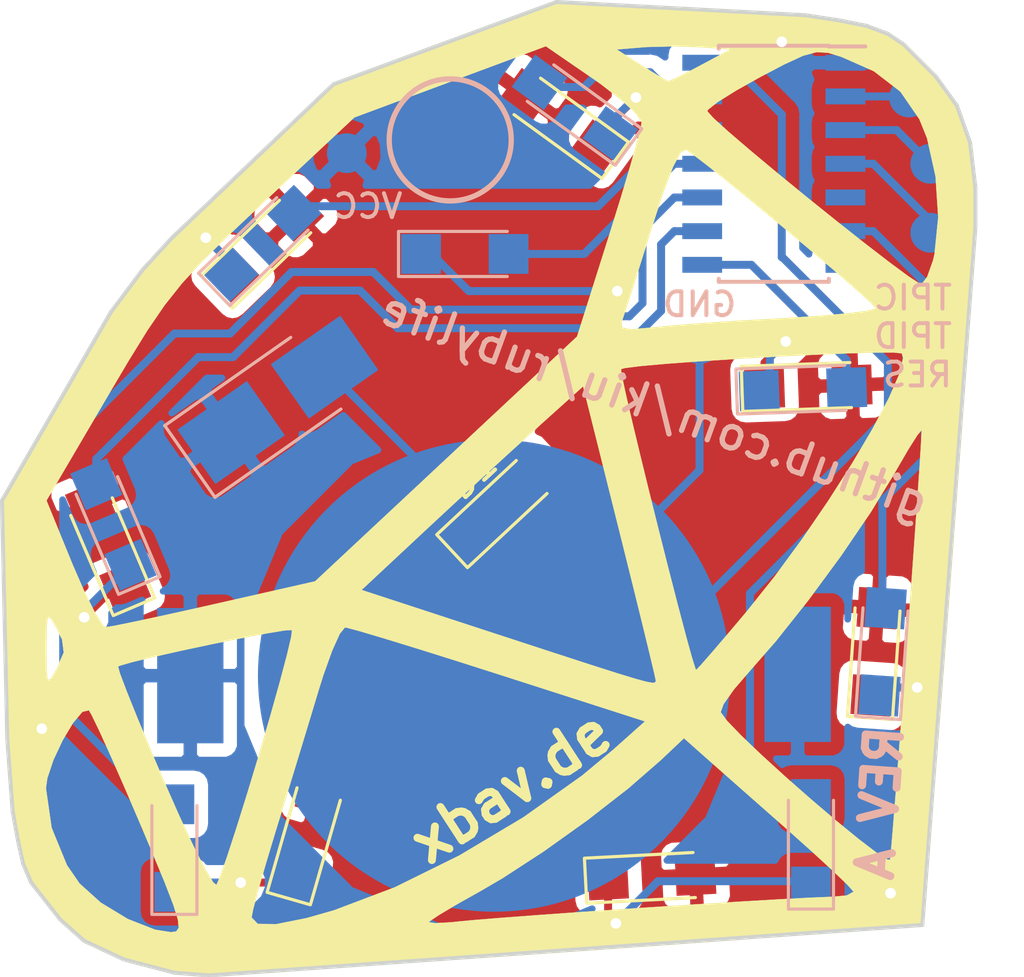
<source format=kicad_pcb>
(kicad_pcb (version 20171130) (host pcbnew "(5.0.0)")

  (general
    (thickness 1.6)
    (drawings 34)
    (tracks 137)
    (zones 0)
    (modules 25)
    (nets 22)
  )

  (page A4)
  (layers
    (0 F.Cu signal)
    (31 B.Cu signal)
    (32 B.Adhes user)
    (33 F.Adhes user)
    (34 B.Paste user)
    (35 F.Paste user)
    (36 B.SilkS user)
    (37 F.SilkS user)
    (38 B.Mask user)
    (39 F.Mask user)
    (40 Dwgs.User user)
    (41 Cmts.User user)
    (42 Eco1.User user)
    (43 Eco2.User user)
    (44 Edge.Cuts user)
    (45 Margin user)
    (46 B.CrtYd user)
    (47 F.CrtYd user)
    (48 B.Fab user)
    (49 F.Fab user)
  )

  (setup
    (last_trace_width 0.3)
    (trace_clearance 0.4)
    (zone_clearance 0.508)
    (zone_45_only no)
    (trace_min 0.2)
    (segment_width 0.2)
    (edge_width 0.15)
    (via_size 0.8)
    (via_drill 0.4)
    (via_min_size 0.4)
    (via_min_drill 0.3)
    (uvia_size 0.3)
    (uvia_drill 0.1)
    (uvias_allowed no)
    (uvia_min_size 0.2)
    (uvia_min_drill 0.1)
    (pcb_text_width 0.3)
    (pcb_text_size 1.5 1.5)
    (mod_edge_width 0.15)
    (mod_text_size 1 1)
    (mod_text_width 0.15)
    (pad_size 1.524 1.524)
    (pad_drill 0.762)
    (pad_to_mask_clearance 0.2)
    (aux_axis_origin 0 0)
    (visible_elements 7FFFFFFF)
    (pcbplotparams
      (layerselection 0x010f0_ffffffff)
      (usegerberextensions true)
      (usegerberattributes false)
      (usegerberadvancedattributes false)
      (creategerberjobfile false)
      (excludeedgelayer true)
      (linewidth 0.100000)
      (plotframeref false)
      (viasonmask false)
      (mode 1)
      (useauxorigin false)
      (hpglpennumber 1)
      (hpglpenspeed 20)
      (hpglpendiameter 15.000000)
      (psnegative false)
      (psa4output false)
      (plotreference true)
      (plotvalue true)
      (plotinvisibletext false)
      (padsonsilk false)
      (subtractmaskfromsilk true)
      (outputformat 1)
      (mirror false)
      (drillshape 0)
      (scaleselection 1)
      (outputdirectory "../gerber/"))
  )

  (net 0 "")
  (net 1 GND)
  (net 2 VCC)
  (net 3 "Net-(D1-Pad1)")
  (net 4 "Net-(D2-Pad1)")
  (net 5 "Net-(D3-Pad1)")
  (net 6 "Net-(D4-Pad1)")
  (net 7 "Net-(D5-Pad1)")
  (net 8 "Net-(D6-Pad1)")
  (net 9 "Net-(D7-Pad1)")
  (net 10 "Net-(D8-Pad1)")
  (net 11 RESET)
  (net 12 TPIC)
  (net 13 TPID)
  (net 14 "Net-(R1-Pad2)")
  (net 15 "Net-(R2-Pad2)")
  (net 16 "Net-(R3-Pad2)")
  (net 17 "Net-(R4-Pad2)")
  (net 18 "Net-(R5-Pad2)")
  (net 19 "Net-(R6-Pad2)")
  (net 20 "Net-(R7-Pad2)")
  (net 21 "Net-(R8-Pad2)")

  (net_class Default "This is the default net class."
    (clearance 0.4)
    (trace_width 0.3)
    (via_dia 0.8)
    (via_drill 0.4)
    (uvia_dia 0.3)
    (uvia_drill 0.1)
    (add_net GND)
    (add_net "Net-(D1-Pad1)")
    (add_net "Net-(D2-Pad1)")
    (add_net "Net-(D3-Pad1)")
    (add_net "Net-(D4-Pad1)")
    (add_net "Net-(D5-Pad1)")
    (add_net "Net-(D6-Pad1)")
    (add_net "Net-(D7-Pad1)")
    (add_net "Net-(D8-Pad1)")
    (add_net "Net-(R1-Pad2)")
    (add_net "Net-(R2-Pad2)")
    (add_net "Net-(R3-Pad2)")
    (add_net "Net-(R4-Pad2)")
    (add_net "Net-(R5-Pad2)")
    (add_net "Net-(R6-Pad2)")
    (add_net "Net-(R7-Pad2)")
    (add_net "Net-(R8-Pad2)")
    (add_net RESET)
    (add_net TPIC)
    (add_net TPID)
    (add_net VCC)
  )

  (module "kiu-footprint:CR2032 SMD" (layer B.Cu) (tedit 5BAAB25A) (tstamp 5BB01972)
    (at 114.05 70.9)
    (path /5BB00D36)
    (fp_text reference BT1 (at 0 -0.5) (layer B.SilkS) hide
      (effects (font (size 1 1) (thickness 0.15)) (justify mirror))
    )
    (fp_text value Battery_Cell (at 0 0.5) (layer B.Fab)
      (effects (font (size 1 1) (thickness 0.15)) (justify mirror))
    )
    (pad 1 smd rect (at 11.45 -0.05) (size 2.5 5.1) (layers B.Cu B.Paste B.Mask)
      (net 2 VCC))
    (pad 1 smd rect (at -11.45 0) (size 2.5 5.1) (layers B.Cu B.Paste B.Mask)
      (net 2 VCC))
    (pad 2 smd circle (at 0 0) (size 17.8 17.8) (layers B.Cu B.Paste B.Mask)
      (net 1 GND))
  )

  (module Housings_SOIC:SOIC-14_3.9x8.7mm_Pitch1.27mm (layer B.Cu) (tedit 58CC8F64) (tstamp 5BB0CFEC)
    (at 124.6 51.6 180)
    (descr "14-Lead Plastic Small Outline (SL) - Narrow, 3.90 mm Body [SOIC] (see Microchip Packaging Specification 00000049BS.pdf)")
    (tags "SOIC 1.27")
    (path /5BB00F69)
    (attr smd)
    (fp_text reference U1 (at 0 5.375 180) (layer B.SilkS) hide
      (effects (font (size 1 1) (thickness 0.15)) (justify mirror))
    )
    (fp_text value ATtiny20-SSU (at 0 -5.375 180) (layer B.Fab)
      (effects (font (size 1 1) (thickness 0.15)) (justify mirror))
    )
    (fp_text user %R (at 0 0 180) (layer B.Fab)
      (effects (font (size 0.9 0.9) (thickness 0.135)) (justify mirror))
    )
    (fp_line (start -0.95 4.35) (end 1.95 4.35) (layer B.Fab) (width 0.15))
    (fp_line (start 1.95 4.35) (end 1.95 -4.35) (layer B.Fab) (width 0.15))
    (fp_line (start 1.95 -4.35) (end -1.95 -4.35) (layer B.Fab) (width 0.15))
    (fp_line (start -1.95 -4.35) (end -1.95 3.35) (layer B.Fab) (width 0.15))
    (fp_line (start -1.95 3.35) (end -0.95 4.35) (layer B.Fab) (width 0.15))
    (fp_line (start -3.7 4.65) (end -3.7 -4.65) (layer B.CrtYd) (width 0.05))
    (fp_line (start 3.7 4.65) (end 3.7 -4.65) (layer B.CrtYd) (width 0.05))
    (fp_line (start -3.7 4.65) (end 3.7 4.65) (layer B.CrtYd) (width 0.05))
    (fp_line (start -3.7 -4.65) (end 3.7 -4.65) (layer B.CrtYd) (width 0.05))
    (fp_line (start -2.075 4.45) (end -2.075 4.425) (layer B.SilkS) (width 0.15))
    (fp_line (start 2.075 4.45) (end 2.075 4.335) (layer B.SilkS) (width 0.15))
    (fp_line (start 2.075 -4.45) (end 2.075 -4.335) (layer B.SilkS) (width 0.15))
    (fp_line (start -2.075 -4.45) (end -2.075 -4.335) (layer B.SilkS) (width 0.15))
    (fp_line (start -2.075 4.45) (end 2.075 4.45) (layer B.SilkS) (width 0.15))
    (fp_line (start -2.075 -4.45) (end 2.075 -4.45) (layer B.SilkS) (width 0.15))
    (fp_line (start -2.075 4.425) (end -3.45 4.425) (layer B.SilkS) (width 0.15))
    (pad 1 smd rect (at -2.7 3.81 180) (size 1.5 0.6) (layers B.Cu B.Paste B.Mask)
      (net 2 VCC))
    (pad 2 smd rect (at -2.7 2.54 180) (size 1.5 0.6) (layers B.Cu B.Paste B.Mask)
      (net 12 TPIC))
    (pad 3 smd rect (at -2.7 1.27 180) (size 1.5 0.6) (layers B.Cu B.Paste B.Mask)
      (net 13 TPID))
    (pad 4 smd rect (at -2.7 0 180) (size 1.5 0.6) (layers B.Cu B.Paste B.Mask)
      (net 11 RESET))
    (pad 5 smd rect (at -2.7 -1.27 180) (size 1.5 0.6) (layers B.Cu B.Paste B.Mask))
    (pad 6 smd rect (at -2.7 -2.54 180) (size 1.5 0.6) (layers B.Cu B.Paste B.Mask)
      (net 21 "Net-(R8-Pad2)"))
    (pad 7 smd rect (at -2.7 -3.81 180) (size 1.5 0.6) (layers B.Cu B.Paste B.Mask)
      (net 20 "Net-(R7-Pad2)"))
    (pad 8 smd rect (at 2.7 -3.81 180) (size 1.5 0.6) (layers B.Cu B.Paste B.Mask)
      (net 18 "Net-(R5-Pad2)"))
    (pad 9 smd rect (at 2.7 -2.54 180) (size 1.5 0.6) (layers B.Cu B.Paste B.Mask)
      (net 15 "Net-(R2-Pad2)"))
    (pad 10 smd rect (at 2.7 -1.27 180) (size 1.5 0.6) (layers B.Cu B.Paste B.Mask)
      (net 17 "Net-(R4-Pad2)"))
    (pad 11 smd rect (at 2.7 0 180) (size 1.5 0.6) (layers B.Cu B.Paste B.Mask)
      (net 14 "Net-(R1-Pad2)"))
    (pad 12 smd rect (at 2.7 1.27 180) (size 1.5 0.6) (layers B.Cu B.Paste B.Mask)
      (net 19 "Net-(R6-Pad2)"))
    (pad 13 smd rect (at 2.7 2.54 180) (size 1.5 0.6) (layers B.Cu B.Paste B.Mask)
      (net 16 "Net-(R3-Pad2)"))
    (pad 14 smd rect (at 2.7 3.81 180) (size 1.5 0.6) (layers B.Cu B.Paste B.Mask)
      (net 1 GND))
    (model ${KISYS3DMOD}/Housings_SOIC.3dshapes/SOIC-14_3.9x8.7mm_Pitch1.27mm.wrl
      (at (xyz 0 0 0))
      (scale (xyz 1 1 1))
      (rotate (xyz 0 0 0))
    )
  )

  (module kiu-footprint:Ruby (layer F.Cu) (tedit 5BAFF52D) (tstamp 5BB01820)
    (at 114 64)
    (fp_text reference G*** (at 0 0) (layer F.SilkS) hide
      (effects (font (size 1.524 1.524) (thickness 0.3)))
    )
    (fp_text value RUBY (at 0.75 0) (layer F.SilkS) hide
      (effects (font (size 1.524 1.524) (thickness 0.3)))
    )
    (fp_poly (pts (xy 7.945309 -18.258171) (xy 10.074457 -18.151635) (xy 11.748606 -18.029971) (xy 13.047438 -17.870519)
      (xy 14.05064 -17.65062) (xy 14.837894 -17.347614) (xy 15.488884 -16.938842) (xy 16.083295 -16.401643)
      (xy 16.638871 -15.785984) (xy 17.460815 -14.589258) (xy 17.962763 -13.23557) (xy 18.187359 -11.588297)
      (xy 18.209285 -10.75479) (xy 18.190269 -10.129021) (xy 18.135161 -9.074597) (xy 18.048629 -7.653184)
      (xy 17.935343 -5.926445) (xy 17.799971 -3.956045) (xy 17.647184 -1.803648) (xy 17.481649 0.469081)
      (xy 17.308035 2.800478) (xy 17.131013 5.128879) (xy 16.955251 7.392619) (xy 16.785417 9.530035)
      (xy 16.626182 11.479461) (xy 16.482213 13.179233) (xy 16.358181 14.567688) (xy 16.258754 15.58316)
      (xy 16.188601 16.163985) (xy 16.162417 16.278285) (xy 15.877104 16.323327) (xy 15.119799 16.398062)
      (xy 13.952167 16.498188) (xy 12.435872 16.619406) (xy 10.632577 16.757414) (xy 8.603946 16.907912)
      (xy 6.411643 17.0666) (xy 4.117333 17.229178) (xy 1.782678 17.391344) (xy -0.530656 17.548799)
      (xy -2.761007 17.697242) (xy -4.846709 17.832372) (xy -6.726101 17.949889) (xy -8.337516 18.045492)
      (xy -9.619292 18.114881) (xy -10.509764 18.153756) (xy -10.828421 18.160642) (xy -12.039013 18.067439)
      (xy -13.320994 17.826724) (xy -13.903158 17.658517) (xy -15.377591 16.927164) (xy -16.354537 16.053191)
      (xy -16.916443 15.380612) (xy -17.358033 14.719442) (xy -17.695307 13.99322) (xy -17.944263 13.125489)
      (xy -18.120904 12.039791) (xy -18.199054 11.1434) (xy -16.842719 11.1434) (xy -16.628217 12.635008)
      (xy -16.050374 14.044528) (xy -15.574997 14.735006) (xy -14.775656 15.455748) (xy -13.754737 16.074353)
      (xy -12.724873 16.47758) (xy -12.127591 16.57097) (xy -11.929664 16.542463) (xy -11.836382 16.406141)
      (xy -11.86727 16.093307) (xy -11.892507 16.012637) (xy -9.090526 16.012637) (xy -8.854378 16.259614)
      (xy -8.156966 16.267944) (xy -7.792194 16.194841) (xy -2.406316 16.194841) (xy -2.169961 16.230831)
      (xy -1.575048 16.198456) (xy -1.27 16.166726) (xy -0.671425 16.110294) (xy 0.365231 16.02682)
      (xy 1.744405 15.923395) (xy 3.370531 15.807111) (xy 5.148046 15.685061) (xy 5.866587 15.637104)
      (xy 7.659296 15.521089) (xy 9.321522 15.418438) (xy 10.762033 15.334396) (xy 11.889596 15.274207)
      (xy 12.612981 15.243118) (xy 12.773604 15.24) (xy 13.352879 15.185497) (xy 13.595307 15.051656)
      (xy 13.591228 15.025134) (xy 13.366917 14.775791) (xy 12.818777 14.250054) (xy 12.026555 13.522338)
      (xy 11.070002 12.667058) (xy 10.962105 12.57185) (xy 9.933971 11.665445) (xy 9.000533 10.841902)
      (xy 8.263193 10.190722) (xy 7.823351 9.801411) (xy 7.817465 9.796181) (xy 7.212825 9.258931)
      (xy 6.346939 10.078335) (xy 5.109567 11.154507) (xy 3.580066 12.34437) (xy 1.940971 13.515371)
      (xy 0.37482 14.534961) (xy -0.465556 15.025288) (xy -1.35509 15.525179) (xy -2.030052 15.926741)
      (xy -2.380567 16.163758) (xy -2.406316 16.194841) (xy -7.792194 16.194841) (xy -7.014845 16.039055)
      (xy -5.977111 15.743856) (xy -3.689296 14.878096) (xy -1.255088 13.677684) (xy 1.15656 12.23982)
      (xy 3.376693 10.661708) (xy 4.541845 9.692161) (xy 5.741584 8.622991) (xy 4.657809 8.274761)
      (xy 8.596592 8.274761) (xy 8.835827 8.600681) (xy 9.375765 9.161346) (xy 10.136794 9.887424)
      (xy 11.039301 10.709585) (xy 12.003673 11.558498) (xy 12.9503 12.364833) (xy 13.799567 13.059258)
      (xy 14.471864 13.572443) (xy 14.887577 13.835057) (xy 14.982918 13.836316) (xy 15.02278 13.44434)
      (xy 15.092639 12.619219) (xy 15.186665 11.440328) (xy 15.299028 9.987043) (xy 15.423897 8.338743)
      (xy 15.555441 6.574802) (xy 15.687829 4.774598) (xy 15.815233 3.017508) (xy 15.93182 1.382908)
      (xy 16.031761 -0.049826) (xy 16.109225 -1.201316) (xy 16.158382 -1.992187) (xy 16.1734 -2.343061)
      (xy 16.172098 -2.353295) (xy 16.019908 -2.178618) (xy 15.680197 -1.643092) (xy 15.221262 -0.85544)
      (xy 15.136496 -0.704639) (xy 14.259062 0.732903) (xy 13.136766 2.38119) (xy 11.896653 4.066742)
      (xy 10.665769 5.616082) (xy 9.697303 6.722453) (xy 9.099362 7.415018) (xy 8.703437 7.977659)
      (xy 8.596592 8.274761) (xy 4.657809 8.274761) (xy 0.228262 6.851495) (xy -1.405793 6.330483)
      (xy -2.873694 5.870097) (xy -4.09726 5.494237) (xy -4.998307 5.226798) (xy -5.49865 5.09168)
      (xy -5.567403 5.08) (xy -5.762977 5.318802) (xy -6.05128 5.958777) (xy -6.384068 6.885279)
      (xy -6.551865 7.419474) (xy -6.940288 8.705871) (xy -7.414438 10.264672) (xy -7.901689 11.857528)
      (xy -8.172255 12.737374) (xy -8.534935 13.938005) (xy -8.830034 14.961118) (xy -9.025703 15.693115)
      (xy -9.090526 16.012637) (xy -11.892507 16.012637) (xy -12.041852 15.535263) (xy -12.379652 14.663312)
      (xy -12.900195 13.408756) (xy -13.284738 12.499474) (xy -13.875342 11.123266) (xy -14.405322 9.91845)
      (xy -14.835313 8.972174) (xy -15.12595 8.371586) (xy -15.225054 8.203882) (xy -15.468808 8.262455)
      (xy -15.822717 8.685304) (xy -16.211282 9.335233) (xy -16.559001 10.075047) (xy -16.790372 10.767549)
      (xy -16.842719 11.1434) (xy -18.199054 11.1434) (xy -18.241228 10.659667) (xy -18.321235 8.908658)
      (xy -18.376926 6.710306) (xy -18.383817 6.35598) (xy -18.392803 5.882105) (xy -16.822801 5.882105)
      (xy -16.816068 6.708608) (xy -16.772272 7.065617) (xy -16.65602 7.018375) (xy -16.431919 6.632121)
      (xy -16.423914 6.617369) (xy -16.397877 6.555916) (xy -14.123589 6.555916) (xy -14.052169 6.814685)
      (xy -13.79991 7.482289) (xy -13.399445 8.477286) (xy -12.883407 9.718233) (xy -12.415102 10.819804)
      (xy -11.816806 12.176226) (xy -11.278973 13.323869) (xy -10.839358 14.187809) (xy -10.535716 14.693118)
      (xy -10.415429 14.788145) (xy -10.276685 14.473032) (xy -10.016517 13.730485) (xy -9.663025 12.646478)
      (xy -9.244307 11.306983) (xy -8.829083 9.934482) (xy -8.394226 8.448132) (xy -8.028681 7.146075)
      (xy -7.754536 6.111468) (xy -7.59388 5.427467) (xy -7.565829 5.178732) (xy -7.845195 5.195388)
      (xy -8.522468 5.306942) (xy -9.474626 5.487559) (xy -10.578648 5.711402) (xy -11.711512 5.952637)
      (xy -12.750196 6.185427) (xy -13.571679 6.383937) (xy -14.052938 6.522332) (xy -14.123589 6.555916)
      (xy -16.397877 6.555916) (xy -16.172649 6.024337) (xy -16.236475 5.530351) (xy -16.423914 5.146842)
      (xy -16.651473 4.752208) (xy -16.770211 4.694795) (xy -16.815522 5.039844) (xy -16.8228 5.852597)
      (xy -16.822801 5.882105) (xy -18.392803 5.882105) (xy -18.498736 0.295755) (xy -16.821377 0.295755)
      (xy -15.844698 2.687878) (xy -15.399365 3.711046) (xy -14.997291 4.514135) (xy -14.695272 4.989525)
      (xy -14.586114 5.072706) (xy -14.236654 5.013646) (xy -13.466581 4.856184) (xy -12.376432 4.621699)
      (xy -11.066743 4.331568) (xy -10.499658 4.203759) (xy -8.134608 3.668123) (xy -4.941437 3.668123)
      (xy 0.403492 5.415794) (xy 2.252651 6.01996) (xy 3.655298 6.475662) (xy 4.673128 6.800777)
      (xy 5.367838 7.013181) (xy 5.801121 7.130752) (xy 6.034674 7.171366) (xy 6.130191 7.1529)
      (xy 6.149368 7.09323) (xy 6.149474 7.080749) (xy 6.087416 6.791649) (xy 5.91395 6.06208)
      (xy 5.648135 4.970151) (xy 5.30903 3.593968) (xy 4.915696 2.011641) (xy 4.779764 1.467617)
      (xy 3.410053 -4.007316) (xy 1.638185 -2.414388) (xy 0.688329 -1.552914) (xy -0.482437 -0.480003)
      (xy -1.705521 0.6494) (xy -2.537561 1.423331) (xy -4.941437 3.668123) (xy -8.134608 3.668123)
      (xy -6.695105 3.342105) (xy -1.75676 -1.272109) (xy 1.86708 -4.658097) (xy 4.838637 -4.658097)
      (xy 4.875941 -4.389835) (xy 5.025044 -3.696894) (xy 5.263232 -2.67021) (xy 5.567789 -1.400719)
      (xy 5.916 0.020642) (xy 6.28515 1.502936) (xy 6.652524 2.955228) (xy 6.995406 4.28658)
      (xy 7.291083 5.406056) (xy 7.516837 6.22272) (xy 7.649955 6.645636) (xy 7.671844 6.684211)
      (xy 7.854842 6.492849) (xy 8.307803 5.974683) (xy 8.958221 5.213591) (xy 9.578513 4.478421)
      (xy 10.615192 3.180242) (xy 11.651738 1.769285) (xy 12.645432 0.316674) (xy 13.553553 -1.106467)
      (xy 14.333381 -2.429014) (xy 14.942196 -3.579842) (xy 15.337278 -4.487828) (xy 15.475906 -5.081847)
      (xy 15.423566 -5.252926) (xy 15.123201 -5.284324) (xy 14.389891 -5.281356) (xy 13.323931 -5.249658)
      (xy 12.025612 -5.194864) (xy 10.595229 -5.122612) (xy 9.133076 -5.038537) (xy 7.739446 -4.948276)
      (xy 6.514632 -4.857464) (xy 5.558929 -4.771738) (xy 4.97263 -4.696733) (xy 4.838637 -4.658097)
      (xy 1.86708 -4.658097) (xy 3.181584 -5.886323) (xy 3.357867 -6.443393) (xy 4.867348 -6.443393)
      (xy 4.878866 -6.229211) (xy 5.203946 -6.160989) (xy 5.942874 -6.220657) (xy 6.038565 -6.232362)
      (xy 6.815061 -6.309051) (xy 7.972606 -6.398772) (xy 9.358047 -6.490632) (xy 10.818233 -6.573742)
      (xy 10.895263 -6.57772) (xy 12.201082 -6.658623) (xy 13.289935 -6.752485) (xy 14.063597 -6.848835)
      (xy 14.423844 -6.937202) (xy 14.437895 -6.955371) (xy 14.243538 -7.168013) (xy 13.714836 -7.648576)
      (xy 12.933342 -8.328867) (xy 11.980609 -9.140694) (xy 10.93819 -10.015863) (xy 9.887638 -10.886183)
      (xy 8.910506 -11.68346) (xy 8.088347 -12.339502) (xy 7.502714 -12.786116) (xy 7.29763 -12.925885)
      (xy 7.090075 -12.82523) (xy 6.805125 -12.295362) (xy 6.428809 -11.304609) (xy 5.992729 -9.967935)
      (xy 5.602415 -8.723075) (xy 5.260878 -7.645812) (xy 5.004322 -6.849534) (xy 4.86895 -6.447627)
      (xy 4.867348 -6.443393) (xy 3.357867 -6.443393) (xy 4.398161 -9.730804) (xy 4.824546 -11.102933)
      (xy 5.185657 -12.312125) (xy 5.452812 -13.25861) (xy 5.597332 -13.842619) (xy 5.614737 -13.962955)
      (xy 5.407245 -14.285476) (xy 5.304494 -14.381345) (xy 8.091981 -14.381345) (xy 8.322026 -14.1245)
      (xy 8.88898 -13.610508) (xy 9.714012 -12.903053) (xy 10.718286 -12.065819) (xy 11.822972 -11.162489)
      (xy 12.949235 -10.256746) (xy 14.018242 -9.412275) (xy 14.951161 -8.692758) (xy 15.669158 -8.161881)
      (xy 16.093401 -7.883326) (xy 16.167905 -7.857372) (xy 16.383635 -8.138689) (xy 16.602529 -8.754625)
      (xy 16.656373 -8.976495) (xy 16.798493 -10.381935) (xy 16.696325 -11.926307) (xy 16.377405 -13.362618)
      (xy 16.087167 -14.082198) (xy 15.372527 -15.119449) (xy 14.371823 -15.890172) (xy 13.142548 -16.433223)
      (xy 12.644401 -16.585085) (xy 12.210989 -16.610058) (xy 11.704332 -16.473795) (xy 10.98645 -16.141951)
      (xy 10.097244 -15.675189) (xy 9.180955 -15.162542) (xy 8.488082 -14.729519) (xy 8.122521 -14.443158)
      (xy 8.091981 -14.381345) (xy 5.304494 -14.381345) (xy 4.855795 -14.799988) (xy 4.066925 -15.41039)
      (xy 3.81 -15.590902) (xy 2.180827 -16.710526) (xy 4.678947 -16.710526) (xy 5.614737 -16.113452)
      (xy 6.212261 -15.741968) (xy 6.582404 -15.530251) (xy 6.62802 -15.511873) (xy 6.887391 -15.62363)
      (xy 7.459421 -15.9128) (xy 7.831178 -16.108947) (xy 8.956842 -16.710526) (xy 7.813459 -16.793087)
      (xy 6.801891 -16.826947) (xy 5.806009 -16.80264) (xy 5.674512 -16.793087) (xy 4.678947 -16.710526)
      (xy 2.180827 -16.710526) (xy 2.005263 -16.831179) (xy -1.60421 -15.4891) (xy -5.213684 -14.147022)
      (xy -8.689474 -10.894264) (xy -9.965226 -9.690977) (xy -10.940634 -8.730527) (xy -11.710281 -7.895227)
      (xy -12.368749 -7.067393) (xy -13.010624 -6.129341) (xy -13.730488 -4.963384) (xy -14.49332 -3.672875)
      (xy -16.821377 0.295755) (xy -18.498736 0.295755) (xy -18.499048 0.279329) (xy -16.000577 -4.026904)
      (xy -15.123348 -5.530234) (xy -14.416908 -6.695033) (xy -13.794612 -7.630239) (xy -13.169811 -8.444789)
      (xy -12.455858 -9.24762) (xy -11.566107 -10.147671) (xy -10.413909 -11.253879) (xy -9.758947 -11.874222)
      (xy -6.015789 -15.415307) (xy 2.388513 -18.506551) (xy 7.945309 -18.258171)) (layer F.SilkS) (width 0.01))
  )

  (module Measurement_Points:Measurement_Point_Round-SMD-Pad_Small (layer B.Cu) (tedit 56C35ED0) (tstamp 5BB0F83B)
    (at 130.5 51.6)
    (descr "Mesurement Point, Round, SMD Pad, DM 1.5mm,")
    (tags "Mesurement Point Round SMD Pad 1.5mm")
    (path /5BB16590)
    (attr virtual)
    (fp_text reference TP1 (at 0 2) (layer B.SilkS) hide
      (effects (font (size 1 1) (thickness 0.15)) (justify mirror))
    )
    (fp_text value TestPoint (at 0 -2) (layer B.Fab)
      (effects (font (size 1 1) (thickness 0.15)) (justify mirror))
    )
    (fp_circle (center 0 0) (end 1 0) (layer B.CrtYd) (width 0.05))
    (pad 1 smd circle (at 0 0) (size 1.5 1.5) (layers B.Cu B.Mask)
      (net 13 TPID))
  )

  (module Measurement_Points:Measurement_Point_Round-SMD-Pad_Small (layer B.Cu) (tedit 56C35ED0) (tstamp 5BB0F117)
    (at 129.7 49.1)
    (descr "Mesurement Point, Round, SMD Pad, DM 1.5mm,")
    (tags "Mesurement Point Round SMD Pad 1.5mm")
    (path /5BB165EA)
    (attr virtual)
    (fp_text reference TP2 (at 0 2) (layer B.SilkS) hide
      (effects (font (size 1 1) (thickness 0.15)) (justify mirror))
    )
    (fp_text value TestPoint (at 0 -2) (layer B.Fab)
      (effects (font (size 1 1) (thickness 0.15)) (justify mirror))
    )
    (fp_circle (center 0 0) (end 1 0) (layer B.CrtYd) (width 0.05))
    (pad 1 smd circle (at 0 0) (size 1.5 1.5) (layers B.Cu B.Mask)
      (net 12 TPIC))
  )

  (module Measurement_Points:Measurement_Point_Round-SMD-Pad_Small (layer B.Cu) (tedit 56C35ED0) (tstamp 5BB0F85A)
    (at 130.5 54.2)
    (descr "Mesurement Point, Round, SMD Pad, DM 1.5mm,")
    (tags "Mesurement Point Round SMD Pad 1.5mm")
    (path /5BB1662E)
    (attr virtual)
    (fp_text reference TP3 (at 0 2) (layer B.SilkS) hide
      (effects (font (size 1 1) (thickness 0.15)) (justify mirror))
    )
    (fp_text value TestPoint (at 0 -2) (layer B.Fab)
      (effects (font (size 1 1) (thickness 0.15)) (justify mirror))
    )
    (fp_circle (center 0 0) (end 1 0) (layer B.CrtYd) (width 0.05))
    (pad 1 smd circle (at 0 0) (size 1.5 1.5) (layers B.Cu B.Mask)
      (net 11 RESET))
  )

  (module Capacitors_Tantalum_SMD:CP_Tantalum_Case-B_EIA-3528-21_Hand (layer B.Cu) (tedit 58CC8C08) (tstamp 5BB117ED)
    (at 105.9 60.5 35)
    (descr "Tantalum capacitor, Case B, EIA 3528-21, 3.5x2.8x1.9mm, Hand soldering footprint")
    (tags "capacitor tantalum smd")
    (path /5BB1D54D)
    (attr smd)
    (fp_text reference C1 (at 0 3.15 35) (layer B.SilkS) hide
      (effects (font (size 1 1) (thickness 0.15)) (justify mirror))
    )
    (fp_text value CP (at 0 -3.15 35) (layer B.Fab)
      (effects (font (size 1 1) (thickness 0.15)) (justify mirror))
    )
    (fp_text user %R (at 0 0 35) (layer B.Fab)
      (effects (font (size 0.8 0.8) (thickness 0.12)) (justify mirror))
    )
    (fp_line (start -4.15 1.75) (end -4.15 -1.75) (layer B.CrtYd) (width 0.05))
    (fp_line (start -4.15 -1.75) (end 4.15 -1.75) (layer B.CrtYd) (width 0.05))
    (fp_line (start 4.15 -1.75) (end 4.15 1.75) (layer B.CrtYd) (width 0.05))
    (fp_line (start 4.15 1.75) (end -4.15 1.75) (layer B.CrtYd) (width 0.05))
    (fp_line (start -1.75 1.4) (end -1.75 -1.4) (layer B.Fab) (width 0.1))
    (fp_line (start -1.75 -1.4) (end 1.75 -1.4) (layer B.Fab) (width 0.1))
    (fp_line (start 1.75 -1.4) (end 1.75 1.4) (layer B.Fab) (width 0.1))
    (fp_line (start 1.75 1.4) (end -1.75 1.4) (layer B.Fab) (width 0.1))
    (fp_line (start -1.4 1.4) (end -1.4 -1.4) (layer B.Fab) (width 0.1))
    (fp_line (start -1.225 1.4) (end -1.225 -1.4) (layer B.Fab) (width 0.1))
    (fp_line (start -4.05 1.65) (end 1.75 1.65) (layer B.SilkS) (width 0.12))
    (fp_line (start -4.05 -1.65) (end 1.75 -1.65) (layer B.SilkS) (width 0.12))
    (fp_line (start -4.05 1.65) (end -4.05 -1.65) (layer B.SilkS) (width 0.12))
    (pad 1 smd rect (at -2.15 0 35) (size 3.2 2.5) (layers B.Cu B.Paste B.Mask)
      (net 2 VCC))
    (pad 2 smd rect (at 2.15 0 35) (size 3.2 2.5) (layers B.Cu B.Paste B.Mask)
      (net 1 GND))
    (model Capacitors_Tantalum_SMD.3dshapes/CP_Tantalum_Case-B_EIA-3528-21.wrl
      (at (xyz 0 0 0))
      (scale (xyz 1 1 1))
      (rotate (xyz 0 0 0))
    )
  )

  (module Measurement_Points:Measurement_Point_Round-SMD-Pad_Small (layer B.Cu) (tedit 56C35ED0) (tstamp 5BB1211D)
    (at 108.5 51.2)
    (descr "Mesurement Point, Round, SMD Pad, DM 1.5mm,")
    (tags "Mesurement Point Round SMD Pad 1.5mm")
    (path /5BB3CAF2)
    (attr virtual)
    (fp_text reference TP4 (at 0 2) (layer B.SilkS) hide
      (effects (font (size 1 1) (thickness 0.15)) (justify mirror))
    )
    (fp_text value TestPoint (at 0 -2) (layer B.Fab)
      (effects (font (size 1 1) (thickness 0.15)) (justify mirror))
    )
    (fp_circle (center 0 0) (end 1 0) (layer B.CrtYd) (width 0.05))
    (pad 1 smd circle (at 0 0) (size 1.5 1.5) (layers B.Cu B.Mask)
      (net 2 VCC))
  )

  (module Measurement_Points:Measurement_Point_Round-SMD-Pad_Small (layer B.Cu) (tedit 56C35ED0) (tstamp 5BB12123)
    (at 121.8 58.4)
    (descr "Mesurement Point, Round, SMD Pad, DM 1.5mm,")
    (tags "Mesurement Point Round SMD Pad 1.5mm")
    (path /5BB3CB4A)
    (attr virtual)
    (fp_text reference TP5 (at 0 2) (layer B.SilkS) hide
      (effects (font (size 1 1) (thickness 0.15)) (justify mirror))
    )
    (fp_text value TestPoint (at 0 -2) (layer B.Fab)
      (effects (font (size 1 1) (thickness 0.15)) (justify mirror))
    )
    (fp_circle (center 0 0) (end 1 0) (layer B.CrtYd) (width 0.05))
    (pad 1 smd circle (at 0 0) (size 1.5 1.5) (layers B.Cu B.Mask)
      (net 1 GND))
  )

  (module LEDs:LED_1206 (layer F.Cu) (tedit 57FE943C) (tstamp 5BC29A35)
    (at 114.3 64.5 43)
    (descr "LED 1206 smd package")
    (tags "LED led 1206 SMD smd SMT smt smdled SMDLED smtled SMTLED")
    (path /5BB00B0A)
    (attr smd)
    (fp_text reference D1 (at 0 -1.6 43) (layer F.SilkS)
      (effects (font (size 1 1) (thickness 0.15)))
    )
    (fp_text value LED (at 0 1.7 43) (layer F.Fab)
      (effects (font (size 1 1) (thickness 0.15)))
    )
    (fp_line (start -2.5 -0.85) (end -2.5 0.85) (layer F.SilkS) (width 0.12))
    (fp_line (start -0.45 -0.4) (end -0.45 0.4) (layer F.Fab) (width 0.1))
    (fp_line (start -0.4 0) (end 0.2 -0.4) (layer F.Fab) (width 0.1))
    (fp_line (start 0.2 0.4) (end -0.4 0) (layer F.Fab) (width 0.1))
    (fp_line (start 0.2 -0.4) (end 0.2 0.4) (layer F.Fab) (width 0.1))
    (fp_line (start 1.6 0.8) (end -1.6 0.8) (layer F.Fab) (width 0.1))
    (fp_line (start 1.6 -0.8) (end 1.6 0.8) (layer F.Fab) (width 0.1))
    (fp_line (start -1.6 -0.8) (end 1.6 -0.8) (layer F.Fab) (width 0.1))
    (fp_line (start -1.6 0.8) (end -1.6 -0.8) (layer F.Fab) (width 0.1))
    (fp_line (start -2.45 0.85) (end 1.6 0.85) (layer F.SilkS) (width 0.12))
    (fp_line (start -2.45 -0.85) (end 1.6 -0.85) (layer F.SilkS) (width 0.12))
    (fp_line (start 2.65 -1) (end 2.65 1) (layer F.CrtYd) (width 0.05))
    (fp_line (start 2.65 1) (end -2.65 1) (layer F.CrtYd) (width 0.05))
    (fp_line (start -2.65 1) (end -2.65 -1) (layer F.CrtYd) (width 0.05))
    (fp_line (start -2.65 -1) (end 2.65 -1) (layer F.CrtYd) (width 0.05))
    (pad 2 smd rect (at 1.65 0 223) (size 1.5 1.5) (layers F.Cu F.Paste F.Mask)
      (net 2 VCC))
    (pad 1 smd rect (at -1.65 0 223) (size 1.5 1.5) (layers F.Cu F.Paste F.Mask)
      (net 3 "Net-(D1-Pad1)"))
    (model ${KISYS3DMOD}/LEDs.3dshapes/LED_1206.wrl
      (at (xyz 0 0 0))
      (scale (xyz 1 1 1))
      (rotate (xyz 0 0 180))
    )
  )

  (module LEDs:LED_1206 (layer F.Cu) (tedit 57FE943C) (tstamp 5BC29A49)
    (at 99.5 66 113)
    (descr "LED 1206 smd package")
    (tags "LED led 1206 SMD smd SMT smt smdled SMDLED smtled SMTLED")
    (path /5BB00BA0)
    (attr smd)
    (fp_text reference D2 (at 0 -1.6 113) (layer F.SilkS) hide
      (effects (font (size 1 1) (thickness 0.15)))
    )
    (fp_text value LED (at 0 1.7 113) (layer F.Fab) hide
      (effects (font (size 1 1) (thickness 0.15)))
    )
    (fp_line (start -2.5 -0.85) (end -2.5 0.85) (layer F.SilkS) (width 0.12))
    (fp_line (start -0.45 -0.4) (end -0.45 0.4) (layer F.Fab) (width 0.1))
    (fp_line (start -0.4 0) (end 0.2 -0.4) (layer F.Fab) (width 0.1))
    (fp_line (start 0.2 0.4) (end -0.4 0) (layer F.Fab) (width 0.1))
    (fp_line (start 0.2 -0.4) (end 0.2 0.4) (layer F.Fab) (width 0.1))
    (fp_line (start 1.6 0.8) (end -1.6 0.8) (layer F.Fab) (width 0.1))
    (fp_line (start 1.6 -0.8) (end 1.6 0.8) (layer F.Fab) (width 0.1))
    (fp_line (start -1.6 -0.8) (end 1.6 -0.8) (layer F.Fab) (width 0.1))
    (fp_line (start -1.6 0.8) (end -1.6 -0.8) (layer F.Fab) (width 0.1))
    (fp_line (start -2.45 0.85) (end 1.6 0.85) (layer F.SilkS) (width 0.12))
    (fp_line (start -2.45 -0.85) (end 1.6 -0.85) (layer F.SilkS) (width 0.12))
    (fp_line (start 2.65 -1) (end 2.65 1) (layer F.CrtYd) (width 0.05))
    (fp_line (start 2.65 1) (end -2.65 1) (layer F.CrtYd) (width 0.05))
    (fp_line (start -2.65 1) (end -2.65 -1) (layer F.CrtYd) (width 0.05))
    (fp_line (start -2.65 -1) (end 2.65 -1) (layer F.CrtYd) (width 0.05))
    (pad 2 smd rect (at 1.65 0 293) (size 1.5 1.5) (layers F.Cu F.Paste F.Mask)
      (net 2 VCC))
    (pad 1 smd rect (at -1.65 0 293) (size 1.5 1.5) (layers F.Cu F.Paste F.Mask)
      (net 4 "Net-(D2-Pad1)"))
    (model ${KISYS3DMOD}/LEDs.3dshapes/LED_1206.wrl
      (at (xyz 0 0 0))
      (scale (xyz 1 1 1))
      (rotate (xyz 0 0 180))
    )
  )

  (module LEDs:LED_1206 (layer F.Cu) (tedit 57FE943C) (tstamp 5BC29A5D)
    (at 116.6 50 144)
    (descr "LED 1206 smd package")
    (tags "LED led 1206 SMD smd SMT smt smdled SMDLED smtled SMTLED")
    (path /5BB0396E)
    (attr smd)
    (fp_text reference D3 (at 0 -1.6 144) (layer F.SilkS) hide
      (effects (font (size 1 1) (thickness 0.15)))
    )
    (fp_text value LED (at 0 1.7 144) (layer F.Fab) hide
      (effects (font (size 1 1) (thickness 0.15)))
    )
    (fp_line (start -2.5 -0.85) (end -2.5 0.85) (layer F.SilkS) (width 0.12))
    (fp_line (start -0.45 -0.4) (end -0.45 0.4) (layer F.Fab) (width 0.1))
    (fp_line (start -0.4 0) (end 0.2 -0.4) (layer F.Fab) (width 0.1))
    (fp_line (start 0.2 0.4) (end -0.4 0) (layer F.Fab) (width 0.1))
    (fp_line (start 0.2 -0.4) (end 0.2 0.4) (layer F.Fab) (width 0.1))
    (fp_line (start 1.6 0.8) (end -1.6 0.8) (layer F.Fab) (width 0.1))
    (fp_line (start 1.6 -0.8) (end 1.6 0.8) (layer F.Fab) (width 0.1))
    (fp_line (start -1.6 -0.8) (end 1.6 -0.8) (layer F.Fab) (width 0.1))
    (fp_line (start -1.6 0.8) (end -1.6 -0.8) (layer F.Fab) (width 0.1))
    (fp_line (start -2.45 0.85) (end 1.6 0.85) (layer F.SilkS) (width 0.12))
    (fp_line (start -2.45 -0.85) (end 1.6 -0.85) (layer F.SilkS) (width 0.12))
    (fp_line (start 2.65 -1) (end 2.65 1) (layer F.CrtYd) (width 0.05))
    (fp_line (start 2.65 1) (end -2.65 1) (layer F.CrtYd) (width 0.05))
    (fp_line (start -2.65 1) (end -2.65 -1) (layer F.CrtYd) (width 0.05))
    (fp_line (start -2.65 -1) (end 2.65 -1) (layer F.CrtYd) (width 0.05))
    (pad 2 smd rect (at 1.65 0 324) (size 1.5 1.5) (layers F.Cu F.Paste F.Mask)
      (net 2 VCC))
    (pad 1 smd rect (at -1.65 0 324) (size 1.5 1.5) (layers F.Cu F.Paste F.Mask)
      (net 5 "Net-(D3-Pad1)"))
    (model ${KISYS3DMOD}/LEDs.3dshapes/LED_1206.wrl
      (at (xyz 0 0 0))
      (scale (xyz 1 1 1))
      (rotate (xyz 0 0 180))
    )
  )

  (module LEDs:LED_1206 (layer F.Cu) (tedit 57FE943C) (tstamp 5BC29A71)
    (at 107 76.9 74)
    (descr "LED 1206 smd package")
    (tags "LED led 1206 SMD smd SMT smt smdled SMDLED smtled SMTLED")
    (path /5BB039CC)
    (attr smd)
    (fp_text reference D4 (at 0 -1.6 74) (layer F.SilkS) hide
      (effects (font (size 1 1) (thickness 0.15)))
    )
    (fp_text value LED (at 0 1.7 74) (layer F.Fab) hide
      (effects (font (size 1 1) (thickness 0.15)))
    )
    (fp_line (start -2.5 -0.85) (end -2.5 0.85) (layer F.SilkS) (width 0.12))
    (fp_line (start -0.45 -0.4) (end -0.45 0.4) (layer F.Fab) (width 0.1))
    (fp_line (start -0.4 0) (end 0.2 -0.4) (layer F.Fab) (width 0.1))
    (fp_line (start 0.2 0.4) (end -0.4 0) (layer F.Fab) (width 0.1))
    (fp_line (start 0.2 -0.4) (end 0.2 0.4) (layer F.Fab) (width 0.1))
    (fp_line (start 1.6 0.8) (end -1.6 0.8) (layer F.Fab) (width 0.1))
    (fp_line (start 1.6 -0.8) (end 1.6 0.8) (layer F.Fab) (width 0.1))
    (fp_line (start -1.6 -0.8) (end 1.6 -0.8) (layer F.Fab) (width 0.1))
    (fp_line (start -1.6 0.8) (end -1.6 -0.8) (layer F.Fab) (width 0.1))
    (fp_line (start -2.45 0.85) (end 1.6 0.85) (layer F.SilkS) (width 0.12))
    (fp_line (start -2.45 -0.85) (end 1.6 -0.85) (layer F.SilkS) (width 0.12))
    (fp_line (start 2.65 -1) (end 2.65 1) (layer F.CrtYd) (width 0.05))
    (fp_line (start 2.65 1) (end -2.65 1) (layer F.CrtYd) (width 0.05))
    (fp_line (start -2.65 1) (end -2.65 -1) (layer F.CrtYd) (width 0.05))
    (fp_line (start -2.65 -1) (end 2.65 -1) (layer F.CrtYd) (width 0.05))
    (pad 2 smd rect (at 1.65 0 254) (size 1.5 1.5) (layers F.Cu F.Paste F.Mask)
      (net 2 VCC))
    (pad 1 smd rect (at -1.65 0 254) (size 1.5 1.5) (layers F.Cu F.Paste F.Mask)
      (net 6 "Net-(D4-Pad1)"))
    (model ${KISYS3DMOD}/LEDs.3dshapes/LED_1206.wrl
      (at (xyz 0 0 0))
      (scale (xyz 1 1 1))
      (rotate (xyz 0 0 180))
    )
  )

  (module LEDs:LED_1206 (layer F.Cu) (tedit 57FE943C) (tstamp 5BC29A85)
    (at 125.9 60 2)
    (descr "LED 1206 smd package")
    (tags "LED led 1206 SMD smd SMT smt smdled SMDLED smtled SMTLED")
    (path /5BB054F0)
    (attr smd)
    (fp_text reference D5 (at 0 -1.6 2) (layer F.SilkS) hide
      (effects (font (size 1 1) (thickness 0.15)))
    )
    (fp_text value LED (at 0 1.7 2) (layer F.Fab) hide
      (effects (font (size 1 1) (thickness 0.15)))
    )
    (fp_line (start -2.5 -0.85) (end -2.5 0.85) (layer F.SilkS) (width 0.12))
    (fp_line (start -0.45 -0.4) (end -0.45 0.4) (layer F.Fab) (width 0.1))
    (fp_line (start -0.4 0) (end 0.2 -0.4) (layer F.Fab) (width 0.1))
    (fp_line (start 0.2 0.4) (end -0.4 0) (layer F.Fab) (width 0.1))
    (fp_line (start 0.2 -0.4) (end 0.2 0.4) (layer F.Fab) (width 0.1))
    (fp_line (start 1.6 0.8) (end -1.6 0.8) (layer F.Fab) (width 0.1))
    (fp_line (start 1.6 -0.8) (end 1.6 0.8) (layer F.Fab) (width 0.1))
    (fp_line (start -1.6 -0.8) (end 1.6 -0.8) (layer F.Fab) (width 0.1))
    (fp_line (start -1.6 0.8) (end -1.6 -0.8) (layer F.Fab) (width 0.1))
    (fp_line (start -2.45 0.85) (end 1.6 0.85) (layer F.SilkS) (width 0.12))
    (fp_line (start -2.45 -0.85) (end 1.6 -0.85) (layer F.SilkS) (width 0.12))
    (fp_line (start 2.65 -1) (end 2.65 1) (layer F.CrtYd) (width 0.05))
    (fp_line (start 2.65 1) (end -2.65 1) (layer F.CrtYd) (width 0.05))
    (fp_line (start -2.65 1) (end -2.65 -1) (layer F.CrtYd) (width 0.05))
    (fp_line (start -2.65 -1) (end 2.65 -1) (layer F.CrtYd) (width 0.05))
    (pad 2 smd rect (at 1.65 0 182) (size 1.5 1.5) (layers F.Cu F.Paste F.Mask)
      (net 2 VCC))
    (pad 1 smd rect (at -1.65 0 182) (size 1.5 1.5) (layers F.Cu F.Paste F.Mask)
      (net 7 "Net-(D5-Pad1)"))
    (model ${KISYS3DMOD}/LEDs.3dshapes/LED_1206.wrl
      (at (xyz 0 0 0))
      (scale (xyz 1 1 1))
      (rotate (xyz 0 0 180))
    )
  )

  (module LEDs:LED_1206 (layer F.Cu) (tedit 57FE943C) (tstamp 5BC29A99)
    (at 105.4 54.7 44)
    (descr "LED 1206 smd package")
    (tags "LED led 1206 SMD smd SMT smt smdled SMDLED smtled SMTLED")
    (path /5BB0552E)
    (attr smd)
    (fp_text reference D6 (at 0.000001 -1.6 44) (layer F.SilkS) hide
      (effects (font (size 1 1) (thickness 0.15)))
    )
    (fp_text value LED (at 0 1.7 44) (layer F.Fab) hide
      (effects (font (size 1 1) (thickness 0.15)))
    )
    (fp_line (start -2.5 -0.85) (end -2.5 0.85) (layer F.SilkS) (width 0.12))
    (fp_line (start -0.45 -0.4) (end -0.45 0.4) (layer F.Fab) (width 0.1))
    (fp_line (start -0.4 0) (end 0.2 -0.4) (layer F.Fab) (width 0.1))
    (fp_line (start 0.2 0.4) (end -0.4 0) (layer F.Fab) (width 0.1))
    (fp_line (start 0.2 -0.4) (end 0.2 0.4) (layer F.Fab) (width 0.1))
    (fp_line (start 1.6 0.8) (end -1.6 0.8) (layer F.Fab) (width 0.1))
    (fp_line (start 1.6 -0.8) (end 1.6 0.8) (layer F.Fab) (width 0.1))
    (fp_line (start -1.6 -0.8) (end 1.6 -0.8) (layer F.Fab) (width 0.1))
    (fp_line (start -1.6 0.8) (end -1.6 -0.8) (layer F.Fab) (width 0.1))
    (fp_line (start -2.45 0.85) (end 1.6 0.85) (layer F.SilkS) (width 0.12))
    (fp_line (start -2.45 -0.85) (end 1.6 -0.85) (layer F.SilkS) (width 0.12))
    (fp_line (start 2.65 -1) (end 2.65 1) (layer F.CrtYd) (width 0.05))
    (fp_line (start 2.65 1) (end -2.65 1) (layer F.CrtYd) (width 0.05))
    (fp_line (start -2.65 1) (end -2.65 -1) (layer F.CrtYd) (width 0.05))
    (fp_line (start -2.65 -1) (end 2.65 -1) (layer F.CrtYd) (width 0.05))
    (pad 2 smd rect (at 1.65 0 224) (size 1.5 1.5) (layers F.Cu F.Paste F.Mask)
      (net 2 VCC))
    (pad 1 smd rect (at -1.65 0 224) (size 1.5 1.5) (layers F.Cu F.Paste F.Mask)
      (net 8 "Net-(D6-Pad1)"))
    (model ${KISYS3DMOD}/LEDs.3dshapes/LED_1206.wrl
      (at (xyz 0 0 0))
      (scale (xyz 1 1 1))
      (rotate (xyz 0 0 180))
    )
  )

  (module LEDs:LED_1206 (layer F.Cu) (tedit 57FE943C) (tstamp 5BC29AAD)
    (at 119.999993 78.5 3)
    (descr "LED 1206 smd package")
    (tags "LED led 1206 SMD smd SMT smt smdled SMDLED smtled SMTLED")
    (path /5BB0556E)
    (attr smd)
    (fp_text reference D7 (at 0 -1.6 3) (layer F.SilkS) hide
      (effects (font (size 1 1) (thickness 0.15)))
    )
    (fp_text value LED (at 0 1.7 3) (layer F.Fab) hide
      (effects (font (size 1 1) (thickness 0.15)))
    )
    (fp_line (start -2.5 -0.85) (end -2.5 0.85) (layer F.SilkS) (width 0.12))
    (fp_line (start -0.45 -0.4) (end -0.45 0.4) (layer F.Fab) (width 0.1))
    (fp_line (start -0.4 0) (end 0.2 -0.4) (layer F.Fab) (width 0.1))
    (fp_line (start 0.2 0.4) (end -0.4 0) (layer F.Fab) (width 0.1))
    (fp_line (start 0.2 -0.4) (end 0.2 0.4) (layer F.Fab) (width 0.1))
    (fp_line (start 1.6 0.8) (end -1.6 0.8) (layer F.Fab) (width 0.1))
    (fp_line (start 1.6 -0.8) (end 1.6 0.8) (layer F.Fab) (width 0.1))
    (fp_line (start -1.6 -0.8) (end 1.6 -0.8) (layer F.Fab) (width 0.1))
    (fp_line (start -1.6 0.8) (end -1.6 -0.8) (layer F.Fab) (width 0.1))
    (fp_line (start -2.45 0.85) (end 1.6 0.85) (layer F.SilkS) (width 0.12))
    (fp_line (start -2.45 -0.85) (end 1.6 -0.85) (layer F.SilkS) (width 0.12))
    (fp_line (start 2.65 -1) (end 2.65 1) (layer F.CrtYd) (width 0.05))
    (fp_line (start 2.65 1) (end -2.65 1) (layer F.CrtYd) (width 0.05))
    (fp_line (start -2.65 1) (end -2.65 -1) (layer F.CrtYd) (width 0.05))
    (fp_line (start -2.65 -1) (end 2.65 -1) (layer F.CrtYd) (width 0.05))
    (pad 2 smd rect (at 1.65 0 183) (size 1.5 1.5) (layers F.Cu F.Paste F.Mask)
      (net 2 VCC))
    (pad 1 smd rect (at -1.65 0 183) (size 1.5 1.5) (layers F.Cu F.Paste F.Mask)
      (net 9 "Net-(D7-Pad1)"))
    (model ${KISYS3DMOD}/LEDs.3dshapes/LED_1206.wrl
      (at (xyz 0 0 0))
      (scale (xyz 1 1 1))
      (rotate (xyz 0 0 180))
    )
  )

  (module LEDs:LED_1206 (layer F.Cu) (tedit 57FE943C) (tstamp 5BC29AC1)
    (at 128.4 70 86)
    (descr "LED 1206 smd package")
    (tags "LED led 1206 SMD smd SMT smt smdled SMDLED smtled SMTLED")
    (path /5BB055B0)
    (attr smd)
    (fp_text reference D8 (at 0 -1.599999 86) (layer F.SilkS) hide
      (effects (font (size 1 1) (thickness 0.15)))
    )
    (fp_text value LED (at 0 1.7 86) (layer F.Fab) hide
      (effects (font (size 1 1) (thickness 0.15)))
    )
    (fp_line (start -2.5 -0.85) (end -2.5 0.85) (layer F.SilkS) (width 0.12))
    (fp_line (start -0.45 -0.4) (end -0.45 0.4) (layer F.Fab) (width 0.1))
    (fp_line (start -0.4 0) (end 0.2 -0.4) (layer F.Fab) (width 0.1))
    (fp_line (start 0.2 0.4) (end -0.4 0) (layer F.Fab) (width 0.1))
    (fp_line (start 0.2 -0.4) (end 0.2 0.4) (layer F.Fab) (width 0.1))
    (fp_line (start 1.6 0.8) (end -1.6 0.8) (layer F.Fab) (width 0.1))
    (fp_line (start 1.6 -0.8) (end 1.6 0.8) (layer F.Fab) (width 0.1))
    (fp_line (start -1.6 -0.8) (end 1.6 -0.8) (layer F.Fab) (width 0.1))
    (fp_line (start -1.6 0.8) (end -1.6 -0.8) (layer F.Fab) (width 0.1))
    (fp_line (start -2.45 0.85) (end 1.6 0.85) (layer F.SilkS) (width 0.12))
    (fp_line (start -2.45 -0.85) (end 1.6 -0.85) (layer F.SilkS) (width 0.12))
    (fp_line (start 2.65 -1) (end 2.65 1) (layer F.CrtYd) (width 0.05))
    (fp_line (start 2.65 1) (end -2.65 1) (layer F.CrtYd) (width 0.05))
    (fp_line (start -2.65 1) (end -2.65 -1) (layer F.CrtYd) (width 0.05))
    (fp_line (start -2.65 -1) (end 2.65 -1) (layer F.CrtYd) (width 0.05))
    (pad 2 smd rect (at 1.65 0 266) (size 1.5 1.5) (layers F.Cu F.Paste F.Mask)
      (net 2 VCC))
    (pad 1 smd rect (at -1.65 0 266) (size 1.5 1.5) (layers F.Cu F.Paste F.Mask)
      (net 10 "Net-(D8-Pad1)"))
    (model ${KISYS3DMOD}/LEDs.3dshapes/LED_1206.wrl
      (at (xyz 0 0 0))
      (scale (xyz 1 1 1))
      (rotate (xyz 0 0 180))
    )
  )

  (module kiu-footprint:R_1206 (layer B.Cu) (tedit 5BCA6761) (tstamp 5BCA6D19)
    (at 112.95 55)
    (descr "R 1206 smd package")
    (tags "R led 1206 SMD smd SMT smt smdled SMDLED smtled SMTLED")
    (path /5BB00C1D)
    (attr smd)
    (fp_text reference R1 (at 0 1.85) (layer B.SilkS) hide
      (effects (font (size 1 1) (thickness 0.15)) (justify mirror))
    )
    (fp_text value R (at 0 -1.95) (layer B.Fab) hide
      (effects (font (size 1 1) (thickness 0.15)) (justify mirror))
    )
    (fp_line (start -2.5 0.85) (end -2.5 -0.85) (layer B.SilkS) (width 0.12))
    (fp_line (start 1.6 -0.8) (end -1.6 -0.8) (layer B.Fab) (width 0.1))
    (fp_line (start 1.6 0.8) (end 1.6 -0.8) (layer B.Fab) (width 0.1))
    (fp_line (start -1.6 0.8) (end 1.6 0.8) (layer B.Fab) (width 0.1))
    (fp_line (start -1.6 -0.8) (end -1.6 0.8) (layer B.Fab) (width 0.1))
    (fp_line (start -2.45 -0.85) (end 1.6 -0.85) (layer B.SilkS) (width 0.12))
    (fp_line (start -2.45 0.85) (end 1.6 0.85) (layer B.SilkS) (width 0.12))
    (fp_line (start 2.65 1) (end 2.65 -1) (layer B.CrtYd) (width 0.05))
    (fp_line (start 2.65 -1) (end -2.65 -1) (layer B.CrtYd) (width 0.05))
    (fp_line (start -2.65 -1) (end -2.65 1) (layer B.CrtYd) (width 0.05))
    (fp_line (start -2.65 1) (end 2.65 1) (layer B.CrtYd) (width 0.05))
    (pad 2 smd rect (at 1.65 0 180) (size 1.5 1.5) (layers B.Cu B.Paste B.Mask)
      (net 14 "Net-(R1-Pad2)"))
    (pad 1 smd rect (at -1.65 0 180) (size 1.5 1.5) (layers B.Cu B.Paste B.Mask)
      (net 3 "Net-(D1-Pad1)"))
    (model ${KISYS3DMOD}/Resistor_SMD.3dshapes/R_1206_3216Metric.step
      (at (xyz 0 0 0))
      (scale (xyz 1 1 1))
      (rotate (xyz 0 0 0))
    )
  )

  (module kiu-footprint:R_1206 (layer B.Cu) (tedit 5BCA674B) (tstamp 5BCA6D29)
    (at 99.7 65.2 113)
    (descr "R 1206 smd package")
    (tags "R led 1206 SMD smd SMT smt smdled SMDLED smtled SMTLED")
    (path /5BB00C63)
    (attr smd)
    (fp_text reference R2 (at 0 1.85 113) (layer B.SilkS) hide
      (effects (font (size 1 1) (thickness 0.15)) (justify mirror))
    )
    (fp_text value R (at 0 -1.95 113) (layer B.Fab) hide
      (effects (font (size 1 1) (thickness 0.15)) (justify mirror))
    )
    (fp_line (start -2.5 0.85) (end -2.5 -0.85) (layer B.SilkS) (width 0.12))
    (fp_line (start 1.6 -0.8) (end -1.6 -0.8) (layer B.Fab) (width 0.1))
    (fp_line (start 1.6 0.8) (end 1.6 -0.8) (layer B.Fab) (width 0.1))
    (fp_line (start -1.6 0.8) (end 1.6 0.8) (layer B.Fab) (width 0.1))
    (fp_line (start -1.6 -0.8) (end -1.6 0.8) (layer B.Fab) (width 0.1))
    (fp_line (start -2.45 -0.85) (end 1.6 -0.85) (layer B.SilkS) (width 0.12))
    (fp_line (start -2.45 0.85) (end 1.6 0.85) (layer B.SilkS) (width 0.12))
    (fp_line (start 2.65 1) (end 2.65 -1) (layer B.CrtYd) (width 0.05))
    (fp_line (start 2.65 -1) (end -2.65 -1) (layer B.CrtYd) (width 0.05))
    (fp_line (start -2.65 -1) (end -2.65 1) (layer B.CrtYd) (width 0.05))
    (fp_line (start -2.65 1) (end 2.65 1) (layer B.CrtYd) (width 0.05))
    (pad 2 smd rect (at 1.65 0 293) (size 1.5 1.5) (layers B.Cu B.Paste B.Mask)
      (net 15 "Net-(R2-Pad2)"))
    (pad 1 smd rect (at -1.65 0 293) (size 1.5 1.5) (layers B.Cu B.Paste B.Mask)
      (net 4 "Net-(D2-Pad1)"))
    (model ${KISYS3DMOD}/Resistor_SMD.3dshapes/R_1206_3216Metric.step
      (at (xyz 0 0 0))
      (scale (xyz 1 1 1))
      (rotate (xyz 0 0 0))
    )
  )

  (module kiu-footprint:R_1206 (layer B.Cu) (tedit 5BCA670A) (tstamp 5BCA6D39)
    (at 117.1 49.5 144)
    (descr "R 1206 smd package")
    (tags "R led 1206 SMD smd SMT smt smdled SMDLED smtled SMTLED")
    (path /5BB03944)
    (attr smd)
    (fp_text reference R3 (at 0 1.85 144) (layer B.SilkS) hide
      (effects (font (size 1 1) (thickness 0.15)) (justify mirror))
    )
    (fp_text value R (at 0 -1.95 144) (layer B.Fab) hide
      (effects (font (size 1 1) (thickness 0.15)) (justify mirror))
    )
    (fp_line (start -2.5 0.85) (end -2.5 -0.85) (layer B.SilkS) (width 0.12))
    (fp_line (start 1.6 -0.8) (end -1.6 -0.8) (layer B.Fab) (width 0.1))
    (fp_line (start 1.6 0.8) (end 1.6 -0.8) (layer B.Fab) (width 0.1))
    (fp_line (start -1.6 0.8) (end 1.6 0.8) (layer B.Fab) (width 0.1))
    (fp_line (start -1.6 -0.8) (end -1.6 0.8) (layer B.Fab) (width 0.1))
    (fp_line (start -2.45 -0.85) (end 1.6 -0.85) (layer B.SilkS) (width 0.12))
    (fp_line (start -2.45 0.85) (end 1.6 0.85) (layer B.SilkS) (width 0.12))
    (fp_line (start 2.65 1) (end 2.65 -1) (layer B.CrtYd) (width 0.05))
    (fp_line (start 2.65 -1) (end -2.65 -1) (layer B.CrtYd) (width 0.05))
    (fp_line (start -2.65 -1) (end -2.65 1) (layer B.CrtYd) (width 0.05))
    (fp_line (start -2.65 1) (end 2.65 1) (layer B.CrtYd) (width 0.05))
    (pad 2 smd rect (at 1.65 0 324) (size 1.5 1.5) (layers B.Cu B.Paste B.Mask)
      (net 16 "Net-(R3-Pad2)"))
    (pad 1 smd rect (at -1.65 0 324) (size 1.5 1.5) (layers B.Cu B.Paste B.Mask)
      (net 5 "Net-(D3-Pad1)"))
    (model ${KISYS3DMOD}/Resistor_SMD.3dshapes/R_1206_3216Metric.step
      (at (xyz 0 0 0))
      (scale (xyz 1 1 1))
      (rotate (xyz 0 0 0))
    )
  )

  (module kiu-footprint:R_1206 (layer B.Cu) (tedit 5BCA673B) (tstamp 5BCA6D49)
    (at 102 77.4 90)
    (descr "R 1206 smd package")
    (tags "R led 1206 SMD smd SMT smt smdled SMDLED smtled SMTLED")
    (path /5BB0399E)
    (attr smd)
    (fp_text reference R4 (at 0 1.85 90) (layer B.SilkS) hide
      (effects (font (size 1 1) (thickness 0.15)) (justify mirror))
    )
    (fp_text value R (at 0 -1.95 90) (layer B.Fab) hide
      (effects (font (size 1 1) (thickness 0.15)) (justify mirror))
    )
    (fp_line (start -2.5 0.85) (end -2.5 -0.85) (layer B.SilkS) (width 0.12))
    (fp_line (start 1.6 -0.8) (end -1.6 -0.8) (layer B.Fab) (width 0.1))
    (fp_line (start 1.6 0.8) (end 1.6 -0.8) (layer B.Fab) (width 0.1))
    (fp_line (start -1.6 0.8) (end 1.6 0.8) (layer B.Fab) (width 0.1))
    (fp_line (start -1.6 -0.8) (end -1.6 0.8) (layer B.Fab) (width 0.1))
    (fp_line (start -2.45 -0.85) (end 1.6 -0.85) (layer B.SilkS) (width 0.12))
    (fp_line (start -2.45 0.85) (end 1.6 0.85) (layer B.SilkS) (width 0.12))
    (fp_line (start 2.65 1) (end 2.65 -1) (layer B.CrtYd) (width 0.05))
    (fp_line (start 2.65 -1) (end -2.65 -1) (layer B.CrtYd) (width 0.05))
    (fp_line (start -2.65 -1) (end -2.65 1) (layer B.CrtYd) (width 0.05))
    (fp_line (start -2.65 1) (end 2.65 1) (layer B.CrtYd) (width 0.05))
    (pad 2 smd rect (at 1.65 0 270) (size 1.5 1.5) (layers B.Cu B.Paste B.Mask)
      (net 17 "Net-(R4-Pad2)"))
    (pad 1 smd rect (at -1.65 0 270) (size 1.5 1.5) (layers B.Cu B.Paste B.Mask)
      (net 6 "Net-(D4-Pad1)"))
    (model ${KISYS3DMOD}/Resistor_SMD.3dshapes/R_1206_3216Metric.step
      (at (xyz 0 0 0))
      (scale (xyz 1 1 1))
      (rotate (xyz 0 0 0))
    )
  )

  (module kiu-footprint:R_1206 (layer B.Cu) (tedit 5BCA6717) (tstamp 5BCA742A)
    (at 125.7 60.1 2)
    (descr "R 1206 smd package")
    (tags "R led 1206 SMD smd SMT smt smdled SMDLED smtled SMTLED")
    (path /5BB0423D)
    (attr smd)
    (fp_text reference R5 (at 0 1.85 2) (layer B.SilkS) hide
      (effects (font (size 1 1) (thickness 0.15)) (justify mirror))
    )
    (fp_text value R (at 0 -1.95 2) (layer B.Fab) hide
      (effects (font (size 1 1) (thickness 0.15)) (justify mirror))
    )
    (fp_line (start -2.5 0.85) (end -2.5 -0.85) (layer B.SilkS) (width 0.12))
    (fp_line (start 1.6 -0.8) (end -1.6 -0.8) (layer B.Fab) (width 0.1))
    (fp_line (start 1.6 0.8) (end 1.6 -0.8) (layer B.Fab) (width 0.1))
    (fp_line (start -1.6 0.8) (end 1.6 0.8) (layer B.Fab) (width 0.1))
    (fp_line (start -1.6 -0.8) (end -1.6 0.8) (layer B.Fab) (width 0.1))
    (fp_line (start -2.45 -0.85) (end 1.6 -0.85) (layer B.SilkS) (width 0.12))
    (fp_line (start -2.45 0.85) (end 1.6 0.85) (layer B.SilkS) (width 0.12))
    (fp_line (start 2.65 1) (end 2.65 -1) (layer B.CrtYd) (width 0.05))
    (fp_line (start 2.65 -1) (end -2.65 -1) (layer B.CrtYd) (width 0.05))
    (fp_line (start -2.65 -1) (end -2.65 1) (layer B.CrtYd) (width 0.05))
    (fp_line (start -2.65 1) (end 2.65 1) (layer B.CrtYd) (width 0.05))
    (pad 2 smd rect (at 1.65 0 182) (size 1.5 1.5) (layers B.Cu B.Paste B.Mask)
      (net 18 "Net-(R5-Pad2)"))
    (pad 1 smd rect (at -1.65 0 182) (size 1.5 1.5) (layers B.Cu B.Paste B.Mask)
      (net 7 "Net-(D5-Pad1)"))
    (model ${KISYS3DMOD}/Resistor_SMD.3dshapes/R_1206_3216Metric.step
      (at (xyz 0 0 0))
      (scale (xyz 1 1 1))
      (rotate (xyz 0 0 0))
    )
  )

  (module kiu-footprint:R_1206 (layer B.Cu) (tedit 5BCA6758) (tstamp 5BCA6D69)
    (at 105.3 54.6 44)
    (descr "R 1206 smd package")
    (tags "R led 1206 SMD smd SMT smt smdled SMDLED smtled SMTLED")
    (path /5BB0426F)
    (attr smd)
    (fp_text reference R6 (at 0 1.85 44) (layer B.SilkS) hide
      (effects (font (size 1 1) (thickness 0.15)) (justify mirror))
    )
    (fp_text value R (at 0 -1.95 44) (layer B.Fab) hide
      (effects (font (size 1 1) (thickness 0.15)) (justify mirror))
    )
    (fp_line (start -2.5 0.85) (end -2.5 -0.85) (layer B.SilkS) (width 0.12))
    (fp_line (start 1.6 -0.8) (end -1.6 -0.8) (layer B.Fab) (width 0.1))
    (fp_line (start 1.6 0.8) (end 1.6 -0.8) (layer B.Fab) (width 0.1))
    (fp_line (start -1.6 0.8) (end 1.6 0.8) (layer B.Fab) (width 0.1))
    (fp_line (start -1.6 -0.8) (end -1.6 0.8) (layer B.Fab) (width 0.1))
    (fp_line (start -2.45 -0.85) (end 1.6 -0.85) (layer B.SilkS) (width 0.12))
    (fp_line (start -2.45 0.85) (end 1.6 0.85) (layer B.SilkS) (width 0.12))
    (fp_line (start 2.65 1) (end 2.65 -1) (layer B.CrtYd) (width 0.05))
    (fp_line (start 2.65 -1) (end -2.65 -1) (layer B.CrtYd) (width 0.05))
    (fp_line (start -2.65 -1) (end -2.65 1) (layer B.CrtYd) (width 0.05))
    (fp_line (start -2.65 1) (end 2.65 1) (layer B.CrtYd) (width 0.05))
    (pad 2 smd rect (at 1.65 0 224) (size 1.5 1.5) (layers B.Cu B.Paste B.Mask)
      (net 19 "Net-(R6-Pad2)"))
    (pad 1 smd rect (at -1.65 0 224) (size 1.5 1.5) (layers B.Cu B.Paste B.Mask)
      (net 8 "Net-(D6-Pad1)"))
    (model ${KISYS3DMOD}/Resistor_SMD.3dshapes/R_1206_3216Metric.step
      (at (xyz 0 0 0))
      (scale (xyz 1 1 1))
      (rotate (xyz 0 0 0))
    )
  )

  (module kiu-footprint:R_1206 (layer B.Cu) (tedit 5BCA6730) (tstamp 5BCA6D79)
    (at 126 77.2 90)
    (descr "R 1206 smd package")
    (tags "R led 1206 SMD smd SMT smt smdled SMDLED smtled SMTLED")
    (path /5BB05480)
    (attr smd)
    (fp_text reference R7 (at 0 1.85 90) (layer B.SilkS) hide
      (effects (font (size 1 1) (thickness 0.15)) (justify mirror))
    )
    (fp_text value R (at 0 -1.95 90) (layer B.Fab) hide
      (effects (font (size 1 1) (thickness 0.15)) (justify mirror))
    )
    (fp_line (start -2.5 0.85) (end -2.5 -0.85) (layer B.SilkS) (width 0.12))
    (fp_line (start 1.6 -0.8) (end -1.6 -0.8) (layer B.Fab) (width 0.1))
    (fp_line (start 1.6 0.8) (end 1.6 -0.8) (layer B.Fab) (width 0.1))
    (fp_line (start -1.6 0.8) (end 1.6 0.8) (layer B.Fab) (width 0.1))
    (fp_line (start -1.6 -0.8) (end -1.6 0.8) (layer B.Fab) (width 0.1))
    (fp_line (start -2.45 -0.85) (end 1.6 -0.85) (layer B.SilkS) (width 0.12))
    (fp_line (start -2.45 0.85) (end 1.6 0.85) (layer B.SilkS) (width 0.12))
    (fp_line (start 2.65 1) (end 2.65 -1) (layer B.CrtYd) (width 0.05))
    (fp_line (start 2.65 -1) (end -2.65 -1) (layer B.CrtYd) (width 0.05))
    (fp_line (start -2.65 -1) (end -2.65 1) (layer B.CrtYd) (width 0.05))
    (fp_line (start -2.65 1) (end 2.65 1) (layer B.CrtYd) (width 0.05))
    (pad 2 smd rect (at 1.65 0 270) (size 1.5 1.5) (layers B.Cu B.Paste B.Mask)
      (net 20 "Net-(R7-Pad2)"))
    (pad 1 smd rect (at -1.65 0 270) (size 1.5 1.5) (layers B.Cu B.Paste B.Mask)
      (net 9 "Net-(D7-Pad1)"))
    (model ${KISYS3DMOD}/Resistor_SMD.3dshapes/R_1206_3216Metric.step
      (at (xyz 0 0 0))
      (scale (xyz 1 1 1))
      (rotate (xyz 0 0 0))
    )
  )

  (module kiu-footprint:R_1206 (layer B.Cu) (tedit 5BCA6724) (tstamp 5BCA6D89)
    (at 128.7 70 86)
    (descr "R 1206 smd package")
    (tags "R led 1206 SMD smd SMT smt smdled SMDLED smtled SMTLED")
    (path /5BB054B6)
    (attr smd)
    (fp_text reference R8 (at 0 1.849999 86) (layer B.SilkS) hide
      (effects (font (size 1 1) (thickness 0.15)) (justify mirror))
    )
    (fp_text value R (at 0 -1.95 86) (layer B.Fab) hide
      (effects (font (size 1 1) (thickness 0.15)) (justify mirror))
    )
    (fp_line (start -2.5 0.85) (end -2.5 -0.85) (layer B.SilkS) (width 0.12))
    (fp_line (start 1.6 -0.8) (end -1.6 -0.8) (layer B.Fab) (width 0.1))
    (fp_line (start 1.6 0.8) (end 1.6 -0.8) (layer B.Fab) (width 0.1))
    (fp_line (start -1.6 0.8) (end 1.6 0.8) (layer B.Fab) (width 0.1))
    (fp_line (start -1.6 -0.8) (end -1.6 0.8) (layer B.Fab) (width 0.1))
    (fp_line (start -2.45 -0.85) (end 1.6 -0.85) (layer B.SilkS) (width 0.12))
    (fp_line (start -2.45 0.85) (end 1.6 0.85) (layer B.SilkS) (width 0.12))
    (fp_line (start 2.65 1) (end 2.65 -1) (layer B.CrtYd) (width 0.05))
    (fp_line (start 2.65 -1) (end -2.65 -1) (layer B.CrtYd) (width 0.05))
    (fp_line (start -2.65 -1) (end -2.65 1) (layer B.CrtYd) (width 0.05))
    (fp_line (start -2.65 1) (end 2.65 1) (layer B.CrtYd) (width 0.05))
    (pad 2 smd rect (at 1.65 0 266) (size 1.5 1.5) (layers B.Cu B.Paste B.Mask)
      (net 21 "Net-(R8-Pad2)"))
    (pad 1 smd rect (at -1.65 0 266) (size 1.5 1.5) (layers B.Cu B.Paste B.Mask)
      (net 10 "Net-(D8-Pad1)"))
    (model ${KISYS3DMOD}/Resistor_SMD.3dshapes/R_1206_3216Metric.step
      (at (xyz 0 0 0))
      (scale (xyz 1 1 1))
      (rotate (xyz 0 0 0))
    )
  )

  (gr_text "TPIC\nTPID\nRES" (at 131.4 58.1) (layer B.SilkS) (tstamp 5BB12298)
    (effects (font (size 0.9 0.9) (thickness 0.15)) (justify left mirror))
  )
  (gr_text VCC (at 109.3 53.2) (layer B.SilkS) (tstamp 5BB12293)
    (effects (font (size 0.9 0.9) (thickness 0.15)) (justify mirror))
  )
  (gr_text GND (at 121.8 56.9) (layer B.SilkS)
    (effects (font (size 0.9 0.9) (thickness 0.15)) (justify mirror))
  )
  (gr_text "REV A" (at 128.6 75.7 86) (layer B.SilkS) (tstamp 5BB0F704)
    (effects (font (size 1.3 1.3) (thickness 0.3)) (justify mirror))
  )
  (gr_circle (center 112.4 50.7) (end 112.4 53) (layer B.SilkS) (width 0.2))
  (gr_text github.com/kiu/rubylife (at 120.1 60.7 340) (layer B.SilkS) (tstamp 5BB11A36)
    (effects (font (size 1.2 1.2) (thickness 0.2)) (justify mirror))
  )
  (gr_text xbav.de (at 114.694643 75.103283 33) (layer F.SilkS)
    (effects (font (size 1.5 1.5) (thickness 0.3)))
  )
  (gr_line (start 97.7 80.1) (end 98.6 80.9) (layer Edge.Cuts) (width 0.15))
  (gr_line (start 96.6 78.7) (end 97.7 80.1) (layer Edge.Cuts) (width 0.15))
  (gr_line (start 96.3 78) (end 96.6 78.7) (layer Edge.Cuts) (width 0.15))
  (gr_line (start 96.1 77.1) (end 96.3 78) (layer Edge.Cuts) (width 0.15))
  (gr_line (start 95.9 76) (end 96.1 77.1) (layer Edge.Cuts) (width 0.15))
  (gr_line (start 95.7 73.3) (end 95.9 76) (layer Edge.Cuts) (width 0.15))
  (gr_line (start 95.5 64.3) (end 95.7 73.3) (layer Edge.Cuts) (width 0.15))
  (gr_line (start 99.6 57.2) (end 95.5 64.3) (layer Edge.Cuts) (width 0.15))
  (gr_line (start 100.8 55.6) (end 99.6 57.2) (layer Edge.Cuts) (width 0.15))
  (gr_line (start 101.9 54.4) (end 100.8 55.6) (layer Edge.Cuts) (width 0.15))
  (gr_line (start 108 48.6) (end 101.9 54.4) (layer Edge.Cuts) (width 0.15))
  (gr_line (start 116.4 45.5) (end 108 48.6) (layer Edge.Cuts) (width 0.15))
  (gr_line (start 125.8 46) (end 116.4 45.5) (layer Edge.Cuts) (width 0.15))
  (gr_line (start 127.1 46.2) (end 125.8 46) (layer Edge.Cuts) (width 0.15))
  (gr_line (start 128.1 46.4) (end 127.1 46.2) (layer Edge.Cuts) (width 0.15))
  (gr_line (start 128.9 46.7) (end 128.1 46.4) (layer Edge.Cuts) (width 0.15))
  (gr_line (start 129.5 47.1) (end 128.9 46.7) (layer Edge.Cuts) (width 0.15))
  (gr_line (start 130.7 48.3) (end 129.5 47.1) (layer Edge.Cuts) (width 0.15))
  (gr_line (start 131.5 49.4) (end 130.7 48.3) (layer Edge.Cuts) (width 0.15))
  (gr_line (start 132 50.8) (end 131.5 49.4) (layer Edge.Cuts) (width 0.15))
  (gr_line (start 132.2 52.5) (end 132 50.8) (layer Edge.Cuts) (width 0.15))
  (gr_line (start 132.2 54) (end 132.2 52.5) (layer Edge.Cuts) (width 0.15))
  (gr_line (start 100.1 81.6) (end 98.6 80.9) (layer Edge.Cuts) (width 0.15))
  (gr_line (start 102 82.1) (end 100.1 81.6) (layer Edge.Cuts) (width 0.15))
  (gr_line (start 103.3 82.2) (end 102 82.1) (layer Edge.Cuts) (width 0.15))
  (gr_line (start 130.2 80.3) (end 103.3 82.2) (layer Edge.Cuts) (width 0.15))
  (gr_line (start 130.2 80.3) (end 132.2 54) (layer Edge.Cuts) (width 0.15))

  (segment (start 117 71) (end 114.490621 68.490621) (width 0.25) (layer B.Cu) (net 1) (status 30))
  (segment (start 114.05 70.9) (end 114.05 70.321572) (width 0.3) (layer B.Cu) (net 1) (status 30))
  (segment (start 119.1 70.9) (end 114.05 70.9) (width 0.3) (layer B.Cu) (net 1) (status 30))
  (segment (start 128.9 61.1) (end 119.1 70.9) (width 0.3) (layer B.Cu) (net 1) (status 20))
  (segment (start 122.95 47.79) (end 124.9 49.74) (width 0.3) (layer B.Cu) (net 1))
  (segment (start 121.9 47.79) (end 122.95 47.79) (width 0.3) (layer B.Cu) (net 1) (status 10))
  (segment (start 124.9 49.74) (end 124.9 55.123239) (width 0.3) (layer B.Cu) (net 1))
  (segment (start 114.05 65.655632) (end 107.661178 59.26681) (width 0.3) (layer B.Cu) (net 1) (status 30))
  (segment (start 114.05 70.9) (end 114.05 65.655632) (width 0.3) (layer B.Cu) (net 1) (status 30))
  (segment (start 121.8 63.15) (end 114.05 70.9) (width 0.3) (layer B.Cu) (net 1) (status 20))
  (segment (start 121.8 58.4) (end 121.8 63.15) (width 0.3) (layer B.Cu) (net 1) (status 10))
  (segment (start 128.9 59.1) (end 128.9 61.1) (width 0.3) (layer B.Cu) (net 1))
  (segment (start 124.923239 55.123239) (end 128.9 59.1) (width 0.3) (layer B.Cu) (net 1))
  (segment (start 124.9 55.123239) (end 124.923239 55.123239) (width 0.3) (layer B.Cu) (net 1))
  (via (at 129 79.1) (size 0.8) (drill 0.4) (layers F.Cu B.Cu) (net 2))
  (via (at 97 72.9) (size 0.8) (drill 0.4) (layers F.Cu B.Cu) (net 2))
  (via (at 124.9 47) (size 0.8) (drill 0.4) (layers F.Cu B.Cu) (net 2))
  (via (at 118.7 56.4) (size 0.8) (drill 0.4) (layers F.Cu B.Cu) (net 3))
  (segment (start 113.1 56.4) (end 118.134315 56.4) (width 0.3) (layer B.Cu) (net 3))
  (segment (start 118.134315 56.4) (end 118.7 56.4) (width 0.3) (layer B.Cu) (net 3))
  (segment (start 111.7 55) (end 113.1 56.4) (width 0.3) (layer B.Cu) (net 3) (status 10))
  (segment (start 111.6 55) (end 111.7 55) (width 0.3) (layer B.Cu) (net 3) (status 30))
  (segment (start 118.7 57.6) (end 118.7 56.4) (width 0.3) (layer F.Cu) (net 3))
  (segment (start 113.112673 65.220698) (end 113.112673 63.187327) (width 0.3) (layer F.Cu) (net 3) (status 10))
  (segment (start 113.112673 63.187327) (end 118.7 57.6) (width 0.3) (layer F.Cu) (net 3))
  (via (at 98.6 68.7) (size 0.8) (drill 0.4) (layers F.Cu B.Cu) (net 4))
  (segment (start 98.6 68.65) (end 98.6 68.7) (width 0.3) (layer F.Cu) (net 4))
  (segment (start 98.6 68.7) (end 98.6 68.670169) (width 0.3) (layer B.Cu) (net 4))
  (segment (start 99.781167 67.518833) (end 98.6 68.7) (width 0.3) (layer F.Cu) (net 4) (status 10))
  (segment (start 100.144706 67.518833) (end 99.781167 67.518833) (width 0.3) (layer F.Cu) (net 4) (status 30))
  (segment (start 98.6 68.463539) (end 100.344706 66.718833) (width 0.3) (layer B.Cu) (net 4))
  (segment (start 98.6 68.7) (end 98.6 68.463539) (width 0.3) (layer B.Cu) (net 4))
  (via (at 119.4 49.1) (size 0.8) (drill 0.4) (layers F.Cu B.Cu) (net 5))
  (segment (start 119.385683 49.1) (end 118.192173 50.29351) (width 0.3) (layer B.Cu) (net 5) (status 20))
  (segment (start 119.4 49.1) (end 119.385683 49.1) (width 0.3) (layer B.Cu) (net 5))
  (segment (start 117.934878 50.565122) (end 119.4 49.1) (width 0.3) (layer F.Cu) (net 5) (status 10))
  (segment (start 117.934878 50.969846) (end 117.934878 50.565122) (width 0.3) (layer F.Cu) (net 5) (status 30))
  (segment (start 105.551696 78.697703) (end 105.549399 78.7) (width 0.3) (layer F.Cu) (net 6))
  (segment (start 106.32789 78.697703) (end 105.551696 78.697703) (width 0.3) (layer F.Cu) (net 6) (status 10))
  (via (at 104.5 78.7) (size 0.8) (drill 0.4) (layers F.Cu B.Cu) (net 6))
  (segment (start 102.05 78.7) (end 102 78.75) (width 0.3) (layer B.Cu) (net 6) (status 30))
  (segment (start 104.5 78.7) (end 105 78.7) (width 0.3) (layer F.Cu) (net 6))
  (segment (start 105.549399 78.7) (end 105 78.7) (width 0.3) (layer F.Cu) (net 6))
  (segment (start 105 78.7) (end 104.75 78.7) (width 0.3) (layer F.Cu) (net 6))
  (segment (start 104.5 78.7) (end 104.05 78.7) (width 0.3) (layer B.Cu) (net 6))
  (segment (start 104.75 78.7) (end 104.05 78.7) (width 0.3) (layer B.Cu) (net 6))
  (segment (start 104.05 78.7) (end 102.05 78.7) (width 0.3) (layer B.Cu) (net 6) (status 20))
  (via (at 125.05 58.3) (size 0.8) (drill 0.4) (layers F.Cu B.Cu) (net 7))
  (segment (start 124.251005 59.098995) (end 125.05 58.3) (width 0.3) (layer F.Cu) (net 7))
  (segment (start 124.251005 60.057584) (end 124.251005 59.098995) (width 0.3) (layer F.Cu) (net 7) (status 10))
  (segment (start 124.450883 58.899117) (end 125.05 58.3) (width 0.3) (layer B.Cu) (net 7))
  (segment (start 124.450883 60.150604) (end 124.450883 58.899117) (width 0.3) (layer B.Cu) (net 7) (status 10))
  (via (at 103.183098 54.387397) (size 0.8) (drill 0.4) (layers F.Cu B.Cu) (net 8))
  (segment (start 104.328891 55.537789) (end 104.328891 55.53319) (width 0.3) (layer B.Cu) (net 8) (status 30))
  (segment (start 103.187397 54.387397) (end 103.183098 54.387397) (width 0.3) (layer F.Cu) (net 8))
  (segment (start 103.798492 54.998492) (end 103.187397 54.387397) (width 0.3) (layer F.Cu) (net 8))
  (segment (start 103.798492 55.00739) (end 103.798492 54.998492) (width 0.3) (layer F.Cu) (net 8))
  (segment (start 104.328891 55.537789) (end 103.798492 55.00739) (width 0.3) (layer F.Cu) (net 8) (status 10))
  (segment (start 104.328891 55.53319) (end 103.183098 54.387397) (width 0.3) (layer B.Cu) (net 8) (status 10))
  (via (at 118.645686 80.238923) (size 0.8) (drill 0.4) (layers F.Cu B.Cu) (net 9))
  (segment (start 118.65 80.234609) (end 118.645686 80.238923) (width 0.3) (layer F.Cu) (net 9))
  (segment (start 118.352254 79.945491) (end 118.645686 80.238923) (width 0.3) (layer F.Cu) (net 9))
  (segment (start 118.352254 78.586354) (end 118.352254 79.945491) (width 0.3) (layer F.Cu) (net 9) (status 10))
  (segment (start 120.234609 78.65) (end 120.2 78.684609) (width 0.3) (layer B.Cu) (net 9))
  (segment (start 126 78.65) (end 120.234609 78.65) (width 0.3) (layer B.Cu) (net 9) (status 10))
  (segment (start 118.645686 80.238923) (end 120.2 78.684609) (width 0.3) (layer B.Cu) (net 9))
  (via (at 130.003581 71.343432) (size 0.8) (drill 0.4) (layers F.Cu B.Cu) (net 10))
  (segment (start 130.043432 71.343432) (end 130.003581 71.343432) (width 0.3) (layer F.Cu) (net 10))
  (segment (start 130.046711 71.346711) (end 130.043432 71.343432) (width 0.3) (layer F.Cu) (net 10))
  (segment (start 128.505829 71.346711) (end 130.003581 71.343432) (width 0.3) (layer F.Cu) (net 10) (status 10))
  (segment (start 130.000302 71.346711) (end 130.003581 71.343432) (width 0.3) (layer B.Cu) (net 10))
  (segment (start 128.505829 71.346711) (end 130.000302 71.346711) (width 0.3) (layer B.Cu) (net 10) (status 10))
  (segment (start 130.5 53.75) (end 130.5 54.2) (width 0.3) (layer B.Cu) (net 11) (status 30))
  (segment (start 128.35 51.6) (end 130.5 53.75) (width 0.3) (layer B.Cu) (net 11) (status 20))
  (segment (start 127.3 51.6) (end 128.35 51.6) (width 0.3) (layer B.Cu) (net 11) (status 10))
  (segment (start 129.66 49.06) (end 129.7 49.1) (width 0.3) (layer B.Cu) (net 12) (status 30))
  (segment (start 127.3 49.06) (end 129.66 49.06) (width 0.3) (layer B.Cu) (net 12) (status 30))
  (segment (start 129.23 50.33) (end 127.3 50.33) (width 0.3) (layer B.Cu) (net 13) (status 20))
  (segment (start 130.5 51.6) (end 129.23 50.33) (width 0.3) (layer B.Cu) (net 13) (status 10))
  (segment (start 115.35 55) (end 114.3 55) (width 0.3) (layer B.Cu) (net 14) (status 30))
  (segment (start 117.45 55) (end 115.35 55) (width 0.3) (layer B.Cu) (net 14) (status 20))
  (segment (start 120.85 51.6) (end 117.45 55) (width 0.3) (layer B.Cu) (net 14))
  (segment (start 121.9 51.6) (end 120.85 51.6) (width 0.3) (layer B.Cu) (net 14) (status 10))
  (segment (start 120.350012 57.145955) (end 120.350011 54.639989) (width 0.3) (layer B.Cu) (net 15))
  (segment (start 102.9 58.889964) (end 104.210036 58.889964) (width 0.3) (layer B.Cu) (net 15))
  (segment (start 110.420066 57.800021) (end 117.704055 57.800021) (width 0.3) (layer B.Cu) (net 15))
  (segment (start 117.954045 58.050012) (end 119.445955 58.050012) (width 0.3) (layer B.Cu) (net 15))
  (segment (start 109 56.379955) (end 110.420066 57.800021) (width 0.3) (layer B.Cu) (net 15))
  (segment (start 119.445955 58.050012) (end 120.350012 57.145955) (width 0.3) (layer B.Cu) (net 15))
  (segment (start 120.85 54.14) (end 121.9 54.14) (width 0.3) (layer B.Cu) (net 15) (status 20))
  (segment (start 106.720045 56.379955) (end 109 56.379955) (width 0.3) (layer B.Cu) (net 15))
  (segment (start 120.350011 54.639989) (end 120.85 54.14) (width 0.3) (layer B.Cu) (net 15))
  (segment (start 104.210036 58.889964) (end 106.720045 56.379955) (width 0.3) (layer B.Cu) (net 15))
  (segment (start 117.704055 57.800021) (end 117.954045 58.050012) (width 0.3) (layer B.Cu) (net 15))
  (segment (start 99.055294 62.73467) (end 102.9 58.889964) (width 0.3) (layer B.Cu) (net 15))
  (segment (start 99.055294 63.681167) (end 99.055294 62.73467) (width 0.3) (layer B.Cu) (net 15))
  (segment (start 117.034877 48.70649) (end 116.007827 48.70649) (width 0.3) (layer B.Cu) (net 16) (status 20))
  (segment (start 117.449512 48.70649) (end 117.034877 48.70649) (width 0.3) (layer B.Cu) (net 16))
  (segment (start 118.006003 48.149999) (end 117.449512 48.70649) (width 0.3) (layer B.Cu) (net 16))
  (segment (start 119.939999 48.149999) (end 118.006003 48.149999) (width 0.3) (layer B.Cu) (net 16))
  (segment (start 120.85 49.06) (end 119.939999 48.149999) (width 0.3) (layer B.Cu) (net 16))
  (segment (start 121.9 49.06) (end 120.85 49.06) (width 0.3) (layer B.Cu) (net 16) (status 10))
  (segment (start 119.650001 56.856001) (end 119.650001 54.069999) (width 0.3) (layer B.Cu) (net 17))
  (segment (start 117.994008 57.10001) (end 118.243999 57.350001) (width 0.3) (layer B.Cu) (net 17))
  (segment (start 110.920065 57.10001) (end 117.994008 57.10001) (width 0.3) (layer B.Cu) (net 17))
  (segment (start 120.85 52.87) (end 121.9 52.87) (width 0.3) (layer B.Cu) (net 17) (status 20))
  (segment (start 109.5 55.679945) (end 110.920065 57.10001) (width 0.3) (layer B.Cu) (net 17))
  (segment (start 119.650001 54.069999) (end 120.85 52.87) (width 0.3) (layer B.Cu) (net 17))
  (segment (start 106.420055 55.679945) (end 109.5 55.679945) (width 0.3) (layer B.Cu) (net 17))
  (segment (start 104.1 58) (end 106.420055 55.679945) (width 0.3) (layer B.Cu) (net 17))
  (segment (start 118.243999 57.350001) (end 119.156001 57.350001) (width 0.3) (layer B.Cu) (net 17))
  (segment (start 102 76.05) (end 102 75.95) (width 0.3) (layer B.Cu) (net 17) (status 30))
  (segment (start 101.6 75.95) (end 97 71.35) (width 0.3) (layer B.Cu) (net 17) (status 10))
  (segment (start 102 75.95) (end 101.6 75.95) (width 0.3) (layer B.Cu) (net 17) (status 30))
  (segment (start 97 71.35) (end 97 63) (width 0.3) (layer B.Cu) (net 17))
  (segment (start 97 63) (end 102 58) (width 0.3) (layer B.Cu) (net 17))
  (segment (start 119.156001 57.350001) (end 119.650001 56.856001) (width 0.3) (layer B.Cu) (net 17))
  (segment (start 102 58) (end 104.1 58) (width 0.3) (layer B.Cu) (net 17))
  (segment (start 127.349178 59.00249) (end 127.349178 59.752886) (width 0.3) (layer B.Cu) (net 18) (status 20))
  (segment (start 123.756688 55.41) (end 127.349178 59.00249) (width 0.3) (layer B.Cu) (net 18))
  (segment (start 121.9 55.41) (end 123.756688 55.41) (width 0.3) (layer B.Cu) (net 18) (status 10))
  (segment (start 121.9 50.33) (end 120.85 50.33) (width 0.3) (layer B.Cu) (net 19) (status 10))
  (segment (start 106.735788 53.2) (end 106.343043 53.592745) (width 0.3) (layer B.Cu) (net 19) (status 30))
  (segment (start 117.98 53.2) (end 106.735788 53.2) (width 0.3) (layer B.Cu) (net 19) (status 20))
  (segment (start 120.85 50.33) (end 117.98 53.2) (width 0.3) (layer B.Cu) (net 19))
  (segment (start 123.699999 74.149999) (end 123.699999 67.800001) (width 0.3) (layer B.Cu) (net 20))
  (segment (start 125.95 75.45) (end 125 75.45) (width 0.3) (layer B.Cu) (net 20) (status 10))
  (segment (start 125 75.45) (end 123.699999 74.149999) (width 0.3) (layer B.Cu) (net 20))
  (segment (start 129.60001 61.89999) (end 123.699999 67.800001) (width 0.3) (layer B.Cu) (net 20))
  (segment (start 129.60001 57.26001) (end 129.60001 61.89999) (width 0.3) (layer B.Cu) (net 20))
  (segment (start 127.75 55.41) (end 129.60001 57.26001) (width 0.3) (layer B.Cu) (net 20) (status 10))
  (segment (start 127.3 55.41) (end 127.75 55.41) (width 0.3) (layer B.Cu) (net 20) (status 30))
  (segment (start 128.694171 64.3) (end 128.694171 68.653289) (width 0.3) (layer B.Cu) (net 21) (status 20))
  (segment (start 130.30002 62.694151) (end 128.694171 64.3) (width 0.3) (layer B.Cu) (net 21))
  (segment (start 130.30002 56.09002) (end 130.30002 62.694151) (width 0.3) (layer B.Cu) (net 21))
  (segment (start 128.35 54.14) (end 130.30002 56.09002) (width 0.3) (layer B.Cu) (net 21))
  (segment (start 127.3 54.14) (end 128.35 54.14) (width 0.3) (layer B.Cu) (net 21) (status 10))

  (zone (net 2) (net_name VCC) (layer B.Cu) (tstamp 5BC4F2A6) (hatch edge 0.508)
    (connect_pads (clearance 0.508))
    (min_thickness 0.254)
    (fill yes (arc_segments 16) (thermal_gap 0.508) (thermal_bridge_width 0.508))
    (polygon
      (pts
        (xy 130.2 80.3) (xy 132.2 54.1) (xy 132.2 52.4) (xy 132 50.8) (xy 131.5 49.4)
        (xy 130.7 48.3) (xy 129.5 47.1) (xy 128.9 46.7) (xy 128 46.4) (xy 126 46)
        (xy 116.4 45.5) (xy 108 48.6) (xy 100.8 55.5) (xy 99.6 57.2) (xy 95.5 64.3)
        (xy 95.7 73.7) (xy 96 76.8) (xy 96.4 78.3) (xy 97.3 79.6) (xy 98.6 80.9)
        (xy 100.2 81.6) (xy 102.1 82.1) (xy 103.3 82.2)
      )
    )
    (filled_polygon
      (pts
        (xy 103.291704 60.025188) (xy 103.252719 60.246284) (xy 104.170011 61.556312) (xy 104.186394 61.54484) (xy 104.332083 61.752906)
        (xy 104.3157 61.764377) (xy 105.232992 63.074406) (xy 105.454087 63.113391) (xy 106.634124 62.28712) (xy 106.769856 62.074064)
        (xy 106.813723 61.825283) (xy 106.805432 61.787883) (xy 106.955077 61.846077) (xy 107.207636 61.840566) (xy 107.43886 61.738825)
        (xy 108.370615 61.086404) (xy 109.675555 62.391344) (xy 108.648856 62.816617) (xy 105.966617 65.498856) (xy 104.515 69.003371)
        (xy 104.515 72.796629) (xy 105.966617 76.301144) (xy 108.648856 78.983383) (xy 112.153371 80.435) (xy 115.946629 80.435)
        (xy 117.754347 79.686219) (xy 117.610686 80.033049) (xy 117.610686 80.444797) (xy 117.623823 80.476512) (xy 103.302228 81.488075)
        (xy 102.118537 81.397021) (xy 100.342418 80.929622) (xy 98.994207 80.300458) (xy 98.219105 79.61148) (xy 97.215875 78.334642)
        (xy 97.201029 78.3) (xy 100.60256 78.3) (xy 100.60256 79.8) (xy 100.651843 80.047765) (xy 100.792191 80.257809)
        (xy 101.002235 80.398157) (xy 101.25 80.44744) (xy 102.75 80.44744) (xy 102.997765 80.398157) (xy 103.207809 80.257809)
        (xy 103.348157 80.047765) (xy 103.39744 79.8) (xy 103.39744 79.485) (xy 103.821289 79.485) (xy 103.91372 79.577431)
        (xy 104.294126 79.735) (xy 104.705874 79.735) (xy 105.08628 79.577431) (xy 105.377431 79.28628) (xy 105.535 78.905874)
        (xy 105.535 78.777316) (xy 105.550379 78.7) (xy 105.535 78.622684) (xy 105.535 78.494126) (xy 105.377431 78.11372)
        (xy 105.08628 77.822569) (xy 104.705874 77.665) (xy 104.294126 77.665) (xy 103.91372 77.822569) (xy 103.821289 77.915)
        (xy 103.256459 77.915) (xy 103.207809 77.842191) (xy 102.997765 77.701843) (xy 102.75 77.65256) (xy 101.25 77.65256)
        (xy 101.002235 77.701843) (xy 100.792191 77.842191) (xy 100.651843 78.052235) (xy 100.60256 78.3) (xy 97.201029 78.3)
        (xy 96.97871 77.781259) (xy 96.796084 76.959444) (xy 96.60528 75.910023) (xy 96.409417 73.265873) (xy 96.377539 71.831383)
        (xy 96.385863 71.84384) (xy 96.434047 71.915953) (xy 96.499592 71.959749) (xy 100.60256 76.062718) (xy 100.60256 76.5)
        (xy 100.651843 76.747765) (xy 100.792191 76.957809) (xy 101.002235 77.098157) (xy 101.25 77.14744) (xy 102.75 77.14744)
        (xy 102.997765 77.098157) (xy 103.207809 76.957809) (xy 103.348157 76.747765) (xy 103.39744 76.5) (xy 103.39744 75)
        (xy 103.348157 74.752235) (xy 103.207809 74.542191) (xy 102.997765 74.401843) (xy 102.75 74.35256) (xy 101.25 74.35256)
        (xy 101.135494 74.375336) (xy 97.945908 71.18575) (xy 100.715 71.18575) (xy 100.715 73.57631) (xy 100.811673 73.809699)
        (xy 100.990302 73.988327) (xy 101.223691 74.085) (xy 102.31425 74.085) (xy 102.473 73.92625) (xy 102.473 71.027)
        (xy 102.727 71.027) (xy 102.727 73.92625) (xy 102.88575 74.085) (xy 103.976309 74.085) (xy 104.209698 73.988327)
        (xy 104.388327 73.809699) (xy 104.485 73.57631) (xy 104.485 71.18575) (xy 104.32625 71.027) (xy 102.727 71.027)
        (xy 102.473 71.027) (xy 100.87375 71.027) (xy 100.715 71.18575) (xy 97.945908 71.18575) (xy 97.785 71.024843)
        (xy 97.785 69.348711) (xy 98.01372 69.577431) (xy 98.394126 69.735) (xy 98.805874 69.735) (xy 99.18628 69.577431)
        (xy 99.477431 69.28628) (xy 99.635 68.905874) (xy 99.635 68.538696) (xy 99.844606 68.329091) (xy 99.953026 68.349675)
        (xy 100.200351 68.298232) (xy 100.787328 68.049075) (xy 100.715 68.22369) (xy 100.715 70.61425) (xy 100.87375 70.773)
        (xy 102.473 70.773) (xy 102.473 67.87375) (xy 102.727 67.87375) (xy 102.727 70.773) (xy 104.32625 70.773)
        (xy 104.485 70.61425) (xy 104.485 68.22369) (xy 104.388327 67.990301) (xy 104.209698 67.811673) (xy 103.976309 67.715)
        (xy 102.88575 67.715) (xy 102.727 67.87375) (xy 102.473 67.87375) (xy 102.31425 67.715) (xy 101.574358 67.715)
        (xy 101.581108 67.712135) (xy 101.78992 67.56996) (xy 101.928429 67.358698) (xy 101.975548 67.110513) (xy 101.924105 66.863188)
        (xy 101.338008 65.482431) (xy 101.195833 65.273619) (xy 100.984571 65.13511) (xy 100.736386 65.087991) (xy 100.489061 65.139434)
        (xy 99.108304 65.725531) (xy 98.899492 65.867706) (xy 98.760983 66.078968) (xy 98.713864 66.327153) (xy 98.765307 66.574478)
        (xy 98.948151 67.005231) (xy 98.21361 67.739772) (xy 98.01372 67.822569) (xy 97.785 68.051289) (xy 97.785 64.265017)
        (xy 98.061992 64.917569) (xy 98.204167 65.126381) (xy 98.415429 65.26489) (xy 98.663614 65.312009) (xy 98.910939 65.260566)
        (xy 100.291696 64.674469) (xy 100.500508 64.532294) (xy 100.639017 64.321032) (xy 100.686136 64.072847) (xy 100.634693 63.825522)
        (xy 100.390061 63.249205) (xy 102.471918 63.249205) (xy 102.952541 63.935606) (xy 103.097437 64.142539) (xy 103.310493 64.278271)
        (xy 103.559275 64.322137) (xy 103.805905 64.267461) (xy 104.985942 63.44119) (xy 105.024927 63.220094) (xy 104.107635 61.910066)
        (xy 102.510903 63.028109) (xy 102.471918 63.249205) (xy 100.390061 63.249205) (xy 100.169805 62.730316) (xy 101.507786 61.392335)
        (xy 101.463923 61.641095) (xy 101.518599 61.887725) (xy 101.663496 62.094659) (xy 102.144119 62.78106) (xy 102.365214 62.820045)
        (xy 103.961946 61.702001) (xy 103.044654 60.391972) (xy 102.823559 60.352987) (xy 101.901506 60.998616) (xy 103.225158 59.674964)
        (xy 103.791876 59.674964)
      )
    )
    (filled_polygon
      (pts
        (xy 127.909172 66.942195) (xy 127.694483 67.0649) (xy 127.539826 67.264643) (xy 127.473379 67.508366) (xy 127.385 68.772253)
        (xy 127.385 68.17369) (xy 127.288327 67.940301) (xy 127.109698 67.761673) (xy 126.876309 67.665) (xy 125.78575 67.665)
        (xy 125.627 67.82375) (xy 125.627 70.723) (xy 125.647 70.723) (xy 125.647 70.977) (xy 125.627 70.977)
        (xy 125.627 73.87625) (xy 125.78575 74.035) (xy 126.876309 74.035) (xy 127.109698 73.938327) (xy 127.288327 73.759699)
        (xy 127.385 73.52631) (xy 127.385 72.835675) (xy 127.495526 72.921253) (xy 127.739249 72.9877) (xy 129.235595 73.092334)
        (xy 129.486194 73.060454) (xy 129.705517 72.9351) (xy 129.860174 72.735357) (xy 129.926621 72.491634) (xy 129.934537 72.378432)
        (xy 130.090351 72.378432) (xy 129.538524 79.634953) (xy 127.359879 79.788835) (xy 127.39744 79.6) (xy 127.39744 78.1)
        (xy 127.348157 77.852235) (xy 127.207809 77.642191) (xy 126.997765 77.501843) (xy 126.75 77.45256) (xy 125.25 77.45256)
        (xy 125.002235 77.501843) (xy 124.792191 77.642191) (xy 124.651843 77.852235) (xy 124.649304 77.865) (xy 120.569527 77.865)
        (xy 122.133383 76.301144) (xy 122.940107 74.353539) (xy 122.960545 74.45629) (xy 123.024654 74.552235) (xy 123.134046 74.715952)
        (xy 123.199591 74.759748) (xy 124.390253 75.950411) (xy 124.434047 76.015953) (xy 124.499589 76.059747) (xy 124.499591 76.059749)
        (xy 124.59303 76.122183) (xy 124.60256 76.12855) (xy 124.60256 76.3) (xy 124.651843 76.547765) (xy 124.792191 76.757809)
        (xy 125.002235 76.898157) (xy 125.25 76.94744) (xy 126.75 76.94744) (xy 126.997765 76.898157) (xy 127.207809 76.757809)
        (xy 127.348157 76.547765) (xy 127.39744 76.3) (xy 127.39744 74.8) (xy 127.348157 74.552235) (xy 127.207809 74.342191)
        (xy 126.997765 74.201843) (xy 126.75 74.15256) (xy 125.25 74.15256) (xy 125.002235 74.201843) (xy 124.918171 74.258013)
        (xy 124.695157 74.035) (xy 125.21425 74.035) (xy 125.373 73.87625) (xy 125.373 70.977) (xy 125.353 70.977)
        (xy 125.353 70.723) (xy 125.373 70.723) (xy 125.373 67.82375) (xy 125.21425 67.665) (xy 124.945157 67.665)
        (xy 127.909171 64.700986)
      )
    )
    (filled_polygon
      (pts
        (xy 125.726976 46.707119) (xy 126.688207 46.855) (xy 126.423691 46.855) (xy 126.190302 46.951673) (xy 126.011673 47.130301)
        (xy 125.915 47.36369) (xy 125.915 47.50425) (xy 126.07375 47.663) (xy 127.173 47.663) (xy 127.173 47.643)
        (xy 127.427 47.643) (xy 127.427 47.663) (xy 128.52625 47.663) (xy 128.685 47.50425) (xy 128.685 47.40998)
        (xy 129.04767 47.651761) (xy 129.20276 47.80685) (xy 128.91546 47.925853) (xy 128.685 48.156313) (xy 128.685 48.07575)
        (xy 128.52625 47.917) (xy 127.427 47.917) (xy 127.427 47.937) (xy 127.173 47.937) (xy 127.173 47.917)
        (xy 126.07375 47.917) (xy 125.915 48.07575) (xy 125.915 48.21631) (xy 126.004768 48.433028) (xy 125.951843 48.512235)
        (xy 125.90256 48.76) (xy 125.90256 49.36) (xy 125.951843 49.607765) (xy 126.010132 49.695) (xy 125.951843 49.782235)
        (xy 125.90256 50.03) (xy 125.90256 50.63) (xy 125.951843 50.877765) (xy 126.010132 50.965) (xy 125.951843 51.052235)
        (xy 125.90256 51.3) (xy 125.90256 51.9) (xy 125.951843 52.147765) (xy 126.010132 52.235) (xy 125.951843 52.322235)
        (xy 125.90256 52.57) (xy 125.90256 53.17) (xy 125.951843 53.417765) (xy 126.010132 53.505) (xy 125.951843 53.592235)
        (xy 125.90256 53.84) (xy 125.90256 54.44) (xy 125.951843 54.687765) (xy 126.010132 54.775) (xy 125.951843 54.862235)
        (xy 125.92207 55.011913) (xy 125.685 54.774843) (xy 125.685 49.81731) (xy 125.700378 49.739999) (xy 125.685 49.662688)
        (xy 125.685 49.662684) (xy 125.639454 49.433708) (xy 125.590204 49.36) (xy 125.509749 49.239591) (xy 125.509747 49.239589)
        (xy 125.465953 49.174047) (xy 125.400411 49.130253) (xy 123.559749 47.289592) (xy 123.515953 47.224047) (xy 123.256292 47.050546)
        (xy 123.083985 47.016272) (xy 122.897765 46.891843) (xy 122.65 46.84256) (xy 121.15 46.84256) (xy 120.902235 46.891843)
        (xy 120.692191 47.032191) (xy 120.551843 47.242235) (xy 120.50256 47.49) (xy 120.50256 47.58178) (xy 120.246291 47.410545)
        (xy 120.017315 47.364999) (xy 120.017311 47.364999) (xy 119.939999 47.349621) (xy 119.862687 47.364999) (xy 118.083314 47.364999)
        (xy 118.006002 47.349621) (xy 117.92869 47.364999) (xy 117.928687 47.364999) (xy 117.699711 47.410545) (xy 117.505594 47.54025)
        (xy 117.505592 47.540252) (xy 117.44005 47.584046) (xy 117.396256 47.649589) (xy 117.199104 47.84674) (xy 117.19328 47.84044)
        (xy 115.979754 46.958762) (xy 115.75034 46.853001) (xy 115.497916 46.843083) (xy 115.260911 46.930519) (xy 115.075408 47.101996)
        (xy 114.19373 48.315522) (xy 114.087969 48.544936) (xy 114.078051 48.79736) (xy 114.165487 49.034365) (xy 114.336964 49.219868)
        (xy 115.55049 50.101546) (xy 115.779904 50.207307) (xy 116.032328 50.217225) (xy 116.269333 50.129789) (xy 116.454836 49.958312)
        (xy 116.794002 49.49149) (xy 117.3722 49.49149) (xy 117.412535 49.499513) (xy 116.863486 50.255214) (xy 116.757725 50.484628)
        (xy 116.747807 50.737052) (xy 116.835243 50.974057) (xy 117.00672 51.15956) (xy 118.109249 51.960594) (xy 117.654843 52.415)
        (xy 109.217791 52.415) (xy 109.223923 52.41246) (xy 109.291912 52.171517) (xy 108.5 51.379605) (xy 107.708088 52.171517)
        (xy 107.776077 52.41246) (xy 107.783214 52.415) (xy 107.426411 52.415) (xy 106.971151 51.943565) (xy 106.763588 51.799574)
        (xy 106.516721 51.745974) (xy 106.268134 51.790925) (xy 106.055672 51.927586) (xy 104.976662 52.969574) (xy 104.832671 53.177137)
        (xy 104.779071 53.424004) (xy 104.824022 53.672591) (xy 104.960683 53.885053) (xy 106.002671 54.964063) (xy 106.039867 54.989867)
        (xy 106.024702 55) (xy 105.919646 55.070196) (xy 105.919644 55.070198) (xy 105.854102 55.113992) (xy 105.810308 55.179534)
        (xy 105.653244 55.336598) (xy 105.639317 55.314947) (xy 104.597329 54.235937) (xy 104.389766 54.091946) (xy 104.160363 54.042138)
        (xy 104.060529 53.801117) (xy 103.816694 53.557282) (xy 106.511327 50.995171) (xy 107.102799 50.995171) (xy 107.13077 51.545448)
        (xy 107.28754 51.923923) (xy 107.528483 51.991912) (xy 108.320395 51.2) (xy 108.679605 51.2) (xy 109.471517 51.991912)
        (xy 109.71246 51.923923) (xy 109.897201 51.404829) (xy 109.86923 50.854552) (xy 109.71246 50.476077) (xy 109.471517 50.408088)
        (xy 108.679605 51.2) (xy 108.320395 51.2) (xy 107.528483 50.408088) (xy 107.28754 50.476077) (xy 107.102799 50.995171)
        (xy 106.511327 50.995171) (xy 107.317671 50.228483) (xy 107.708088 50.228483) (xy 108.5 51.020395) (xy 109.291912 50.228483)
        (xy 109.223923 49.98754) (xy 108.704829 49.802799) (xy 108.154552 49.83077) (xy 107.776077 49.98754) (xy 107.708088 50.228483)
        (xy 107.317671 50.228483) (xy 108.383149 49.215406) (xy 116.508479 46.216773)
      )
    )
  )
  (zone (net 2) (net_name VCC) (layer F.Cu) (tstamp 5BC4F2A3) (hatch edge 0.508)
    (connect_pads (clearance 0.508))
    (min_thickness 0.254)
    (fill yes (arc_segments 16) (thermal_gap 0.508) (thermal_bridge_width 0.508))
    (polygon
      (pts
        (xy 130.1 80.2) (xy 132 54.3) (xy 132 52.5) (xy 131.4 49.5) (xy 129.4 47.2)
        (xy 127.8 46.5) (xy 125.5 46.1) (xy 116.4 45.6) (xy 108.1 48.7) (xy 101.3 55.2)
        (xy 99.7 57.3) (xy 95.6 64.4) (xy 95.9 74.2) (xy 96.1 75.9) (xy 96.4 77.9)
        (xy 97.1 79.1) (xy 98.7 80.7) (xy 100.2 81.5) (xy 102.6 82)
      )
    )
    (filled_polygon
      (pts
        (xy 125.726976 46.707119) (xy 126.97634 46.899328) (xy 127.904456 47.084951) (xy 128.574173 47.336095) (xy 129.04767 47.651761)
        (xy 130.158562 48.762653) (xy 130.86572 49.734996) (xy 131.304274 50.962949) (xy 131.490001 52.541623) (xy 131.49 53.973038)
        (xy 130.246595 70.323816) (xy 130.209455 70.308432) (xy 129.797707 70.308432) (xy 129.469451 70.4444) (xy 129.374278 70.370709)
        (xy 129.130555 70.304262) (xy 127.634209 70.199628) (xy 127.38361 70.231508) (xy 127.164287 70.356862) (xy 127.00963 70.556605)
        (xy 126.943183 70.800328) (xy 126.838549 72.296674) (xy 126.870429 72.547273) (xy 126.995783 72.766596) (xy 127.195526 72.921253)
        (xy 127.439249 72.9877) (xy 128.935595 73.092334) (xy 129.186194 73.060454) (xy 129.405517 72.9351) (xy 129.560174 72.735357)
        (xy 129.626621 72.491634) (xy 129.63913 72.312747) (xy 129.797707 72.378432) (xy 130.090351 72.378432) (xy 129.538524 79.634953)
        (xy 119.680686 80.331232) (xy 119.680686 80.033049) (xy 119.570637 79.767367) (xy 119.62162 79.729296) (xy 119.750782 79.512194)
        (xy 119.787031 79.26219) (xy 119.761315 78.77149) (xy 120.279585 78.77149) (xy 120.297272 79.108968) (xy 120.310493 79.36124)
        (xy 120.419248 79.58925) (xy 120.606981 79.758284) (xy 120.845109 79.84261) (xy 121.434859 79.811703) (xy 121.585083 79.644862)
        (xy 121.527553 78.547119) (xy 120.429809 78.604649) (xy 120.279585 78.77149) (xy 119.761315 78.77149) (xy 119.74886 78.533825)
        (xy 121.781205 78.533825) (xy 121.838735 79.631569) (xy 122.005576 79.781793) (xy 122.595325 79.750885) (xy 122.823335 79.64213)
        (xy 122.992371 79.454398) (xy 123.076696 79.21627) (xy 123.063475 78.963997) (xy 123.045789 78.626519) (xy 122.878948 78.476295)
        (xy 121.781205 78.533825) (xy 119.74886 78.533825) (xy 119.708527 77.764246) (xy 119.669614 77.611022) (xy 120.218768 77.611022)
        (xy 120.231989 77.863295) (xy 120.249675 78.200773) (xy 120.416516 78.350997) (xy 121.514259 78.293467) (xy 121.456729 77.195723)
        (xy 121.441966 77.18243) (xy 121.710381 77.18243) (xy 121.767911 78.280173) (xy 122.865655 78.222643) (xy 123.015879 78.055802)
        (xy 122.998192 77.718324) (xy 122.984971 77.466052) (xy 122.876216 77.238042) (xy 122.688483 77.069008) (xy 122.450355 76.984682)
        (xy 121.860605 77.015589) (xy 121.710381 77.18243) (xy 121.441966 77.18243) (xy 121.289888 77.045499) (xy 120.700139 77.076407)
        (xy 120.472129 77.185162) (xy 120.303093 77.372894) (xy 120.218768 77.611022) (xy 119.669614 77.611022) (xy 119.646344 77.5194)
        (xy 119.495196 77.316988) (xy 119.278094 77.187826) (xy 119.02809 77.151577) (xy 117.530146 77.230081) (xy 117.2853 77.292264)
        (xy 117.082888 77.443412) (xy 116.953726 77.660514) (xy 116.917477 77.910518) (xy 116.995981 79.408462) (xy 117.058164 79.653308)
        (xy 117.209312 79.85572) (xy 117.426414 79.984882) (xy 117.56367 80.004783) (xy 117.610686 80.241154) (xy 117.610686 80.444797)
        (xy 117.623823 80.476512) (xy 103.302228 81.488075) (xy 102.118537 81.397021) (xy 100.342418 80.929622) (xy 98.994207 80.300458)
        (xy 98.219105 79.61148) (xy 97.215875 78.334642) (xy 96.97871 77.781259) (xy 96.796084 76.959444) (xy 96.60528 75.910023)
        (xy 96.409417 73.265873) (xy 96.301448 68.407245) (xy 96.773207 68.407245) (xy 96.973207 71.907245) (xy 96.995196 71.97173)
        (xy 97.030624 72.006377) (xy 97.076613 72.024828) (xy 97.126163 72.024276) (xy 97.17173 72.004804) (xy 97.206377 71.969376)
        (xy 98.424032 70.102305) (xy 98.973021 70.102305) (xy 98.983569 70.150723) (xy 103.383569 80.250723) (xy 103.418042 80.297015)
        (xy 103.461407 80.320994) (xy 103.510647 80.326553) (xy 103.558266 80.312845) (xy 103.597015 80.281958) (xy 103.620994 80.238593)
        (xy 103.851673 79.515384) (xy 103.91372 79.577431) (xy 104.294126 79.735) (xy 104.705874 79.735) (xy 105.08628 79.577431)
        (xy 105.178711 79.485) (xy 105.195865 79.485) (xy 105.214483 79.506992) (xy 105.439065 79.622659) (xy 106.880957 80.036115)
        (xy 107.132708 80.057034) (xy 107.373301 79.98002) (xy 107.566108 79.816797) (xy 107.681775 79.592215) (xy 108.095231 78.150323)
        (xy 108.11615 77.898572) (xy 108.039136 77.657979) (xy 107.875913 77.465172) (xy 107.651331 77.349505) (xy 106.209439 76.936049)
        (xy 105.957688 76.91513) (xy 105.717095 76.992144) (xy 105.524288 77.155367) (xy 105.408621 77.379949) (xy 105.255198 77.915)
        (xy 105.178711 77.915) (xy 105.08628 77.822569) (xy 104.705874 77.665) (xy 104.441881 77.665) (xy 105.044878 75.774523)
        (xy 105.881911 75.774523) (xy 105.910508 76.025517) (xy 106.03298 76.246463) (xy 106.230681 76.403722) (xy 106.473514 76.473353)
        (xy 106.798364 76.566502) (xy 106.868416 76.527671) (xy 107.238882 76.527671) (xy 107.347725 76.724029) (xy 107.672575 76.817178)
        (xy 107.915407 76.886809) (xy 108.166402 76.858212) (xy 108.387347 76.735739) (xy 108.544606 76.538038) (xy 108.707386 75.970356)
        (xy 108.598543 75.773999) (xy 107.541876 75.471004) (xy 107.238882 76.527671) (xy 106.868416 76.527671) (xy 106.994721 76.457659)
        (xy 107.297716 75.400992) (xy 106.690389 75.226844) (xy 107.611888 75.226844) (xy 108.668555 75.529838) (xy 108.864913 75.420995)
        (xy 109.027693 74.853313) (xy 108.999096 74.602319) (xy 108.876624 74.381373) (xy 108.678923 74.224114) (xy 108.43609 74.154483)
        (xy 108.11124 74.061334) (xy 107.914883 74.170177) (xy 107.611888 75.226844) (xy 106.690389 75.226844) (xy 106.241049 75.097998)
        (xy 106.044691 75.206841) (xy 105.881911 75.774523) (xy 105.044878 75.774523) (xy 105.401176 74.65748) (xy 106.202218 74.65748)
        (xy 106.311061 74.853837) (xy 107.367728 75.156832) (xy 107.670722 74.100165) (xy 107.561879 73.903807) (xy 107.237029 73.810658)
        (xy 106.994197 73.741027) (xy 106.743202 73.769624) (xy 106.522257 73.892097) (xy 106.364998 74.089798) (xy 106.202218 74.65748)
        (xy 105.401176 74.65748) (xy 107.163747 69.131581) (xy 127.072344 69.131581) (xy 127.152501 69.371145) (xy 127.318233 69.561799)
        (xy 127.54431 69.674517) (xy 127.796314 69.692139) (xy 128.133431 69.715712) (xy 128.282485 69.586141) (xy 128.55625 69.586141)
        (xy 128.703539 69.755578) (xy 129.040657 69.779152) (xy 129.292661 69.796774) (xy 129.532225 69.716616) (xy 129.722878 69.550883)
        (xy 129.835596 69.324806) (xy 129.876791 68.735686) (xy 129.729502 68.566249) (xy 128.63293 68.489569) (xy 128.55625 69.586141)
        (xy 128.282485 69.586141) (xy 128.302868 69.568423) (xy 128.379548 68.471851) (xy 127.282976 68.395171) (xy 127.113539 68.54246)
        (xy 127.072344 69.131581) (xy 107.163747 69.131581) (xy 107.320994 68.638593) (xy 107.327 68.6) (xy 107.317333 68.551399)
        (xy 107.289803 68.510197) (xy 107.248601 68.482667) (xy 107.2 68.473) (xy 107.1 68.473) (xy 107.076595 68.475175)
        (xy 99.076595 69.975175) (xy 99.049277 69.983569) (xy 99.008582 70.011842) (xy 98.981804 70.053537) (xy 98.973021 70.102305)
        (xy 98.424032 70.102305) (xy 98.663579 69.735) (xy 98.805874 69.735) (xy 99.18628 69.577431) (xy 99.477431 69.28628)
        (xy 99.549982 69.111126) (xy 99.753026 69.149675) (xy 100.000351 69.098232) (xy 101.381108 68.512135) (xy 101.58992 68.36996)
        (xy 101.677625 68.236187) (xy 128.650648 68.236187) (xy 129.74722 68.312867) (xy 129.916657 68.165578) (xy 129.957852 67.576457)
        (xy 129.877695 67.336893) (xy 129.711963 67.146239) (xy 129.485886 67.033521) (xy 129.233882 67.015899) (xy 128.896765 66.992326)
        (xy 128.727328 67.139615) (xy 128.650648 68.236187) (xy 101.677625 68.236187) (xy 101.728429 68.158698) (xy 101.763807 67.972352)
        (xy 127.153405 67.972352) (xy 127.300694 68.141789) (xy 128.397266 68.218469) (xy 128.473946 67.121897) (xy 128.326657 66.95246)
        (xy 127.989539 66.928886) (xy 127.737535 66.911264) (xy 127.497971 66.991422) (xy 127.307318 67.157155) (xy 127.1946 67.383232)
        (xy 127.153405 67.972352) (xy 101.763807 67.972352) (xy 101.775548 67.910513) (xy 101.724105 67.663188) (xy 101.138008 66.282431)
        (xy 100.995833 66.073619) (xy 100.784571 65.93511) (xy 100.536386 65.887991) (xy 100.289061 65.939434) (xy 98.908304 66.525531)
        (xy 98.699492 66.667706) (xy 98.560983 66.878968) (xy 98.513864 67.127153) (xy 98.565307 67.374478) (xy 98.639821 67.550022)
        (xy 98.524843 67.665) (xy 98.394126 67.665) (xy 98.01372 67.822569) (xy 97.722569 68.11372) (xy 97.565 68.494126)
        (xy 97.565 68.713959) (xy 96.973239 68.296245) (xy 96.941828 68.280086) (xy 96.892755 68.273207) (xy 96.844785 68.285631)
        (xy 96.80522 68.315467) (xy 96.780086 68.358172) (xy 96.773207 68.407245) (xy 96.301448 68.407245) (xy 96.232073 65.285364)
        (xy 97.692046 65.285364) (xy 97.922796 65.828976) (xy 98.102976 66.006039) (xy 98.3372 66.100672) (xy 98.589809 66.098468)
        (xy 98.822346 65.999762) (xy 99.133422 65.867718) (xy 99.217524 65.659559) (xy 98.788013 64.647694) (xy 97.776148 65.077205)
        (xy 97.692046 65.285364) (xy 96.232073 65.285364) (xy 96.21424 64.482933) (xy 96.51444 63.963074) (xy 97.235789 63.963074)
        (xy 97.237994 64.215683) (xy 97.468743 64.759295) (xy 97.676902 64.843397) (xy 98.371758 64.548448) (xy 99.021821 64.548448)
        (xy 99.451332 65.560313) (xy 99.659491 65.644415) (xy 99.844969 65.565684) (xy 111.386206 65.565684) (xy 111.426813 65.815018)
        (xy 111.559744 66.029833) (xy 112.582741 67.126864) (xy 112.78776 67.274456) (xy 113.033653 67.332357) (xy 113.282987 67.29175)
        (xy 113.497802 67.158819) (xy 114.594833 66.135822) (xy 114.742425 65.930803) (xy 114.800326 65.68491) (xy 114.759719 65.435576)
        (xy 114.626788 65.220761) (xy 113.981017 64.528255) (xy 114.68869 64.528255) (xy 114.919165 64.775409) (xy 115.091451 64.960163)
        (xy 115.321324 65.064922) (xy 115.573789 65.073738) (xy 115.81041 64.985269) (xy 116.242317 64.582509) (xy 116.250153 64.358139)
        (xy 115.500466 63.554199) (xy 114.696525 64.303885) (xy 114.68869 64.528255) (xy 113.981017 64.528255) (xy 113.897673 64.43888)
        (xy 113.897673 63.679993) (xy 114.068453 63.863132) (xy 114.298928 64.110286) (xy 114.523298 64.118122) (xy 115.313794 63.380971)
        (xy 115.68623 63.380971) (xy 116.435916 64.184912) (xy 116.660286 64.192747) (xy 117.092194 63.789987) (xy 117.196953 63.560114)
        (xy 117.20577 63.307649) (xy 117.117301 63.071028) (xy 116.945015 62.886274) (xy 116.71454 62.63912) (xy 116.49017 62.631284)
        (xy 115.68623 63.380971) (xy 115.313794 63.380971) (xy 115.327238 63.368435) (xy 115.313598 63.353808) (xy 115.499362 63.18058)
        (xy 115.513002 63.195207) (xy 116.316943 62.445521) (xy 116.324778 62.221151) (xy 116.094303 61.973997) (xy 115.922017 61.789243)
        (xy 115.715177 61.69498) (xy 118.736656 58.673501) (xy 124.013535 58.226308) (xy 123.750595 58.489248) (xy 123.685053 58.533042)
        (xy 123.641259 58.598584) (xy 123.641256 58.598587) (xy 123.585158 58.682544) (xy 123.452691 58.68717) (xy 123.206798 58.745071)
        (xy 123.001779 58.892663) (xy 122.868848 59.107478) (xy 122.828241 59.356812) (xy 122.880591 60.855898) (xy 122.938492 61.101791)
        (xy 123.086084 61.30681) (xy 123.300899 61.439741) (xy 123.550233 61.480348) (xy 125.049319 61.427998) (xy 125.295212 61.370097)
        (xy 125.500231 61.222505) (xy 125.633162 61.00769) (xy 125.673769 60.758356) (xy 125.656936 60.276328) (xy 126.174811 60.276328)
        (xy 126.186605 60.614063) (xy 126.195421 60.866528) (xy 126.300181 61.096401) (xy 126.484935 61.268686) (xy 126.721556 61.357155)
        (xy 127.311755 61.336545) (xy 127.464868 61.172351) (xy 127.426505 60.073771) (xy 126.327924 60.112134) (xy 126.174811 60.276328)
        (xy 125.656936 60.276328) (xy 125.649553 60.064906) (xy 127.68035 60.064906) (xy 127.718713 61.163487) (xy 127.882907 61.3166)
        (xy 128.473106 61.29599) (xy 128.702979 61.19123) (xy 128.875265 61.006477) (xy 128.963734 60.769856) (xy 128.954918 60.517391)
        (xy 128.943124 60.179656) (xy 128.77893 60.026543) (xy 127.68035 60.064906) (xy 125.649553 60.064906) (xy 125.621419 59.25927)
        (xy 125.605181 59.190312) (xy 125.63628 59.177431) (xy 125.698735 59.114976) (xy 126.134256 59.114976) (xy 126.143072 59.367441)
        (xy 126.154866 59.705176) (xy 126.31906 59.858289) (xy 127.41764 59.819926) (xy 127.379277 58.721345) (xy 127.369772 58.712481)
        (xy 127.633122 58.712481) (xy 127.671485 59.811061) (xy 128.770066 59.772698) (xy 128.923179 59.608504) (xy 128.911385 59.270769)
        (xy 128.902569 59.018304) (xy 128.797809 58.788431) (xy 128.613055 58.616146) (xy 128.376434 58.527677) (xy 127.786235 58.548287)
        (xy 127.633122 58.712481) (xy 127.369772 58.712481) (xy 127.215083 58.568232) (xy 126.624884 58.588842) (xy 126.395011 58.693602)
        (xy 126.222725 58.878355) (xy 126.134256 59.114976) (xy 125.698735 59.114976) (xy 125.927431 58.88628) (xy 126.085 58.505874)
        (xy 126.085 58.094126) (xy 126.067646 58.052231) (xy 129.910724 57.726546) (xy 129.959506 57.712196) (xy 129.997912 57.680884)
        (xy 130.021412 57.637258) (xy 130.026428 57.587959) (xy 130.012196 57.540494) (xy 129.980884 57.502088) (xy 120.780884 49.902088)
        (xy 120.736752 49.878434) (xy 120.687434 49.873623) (xy 120.640028 49.888052) (xy 120.601752 49.919524) (xy 120.578434 49.963248)
        (xy 118.940953 55.37953) (xy 118.905874 55.365) (xy 118.494126 55.365) (xy 118.11372 55.522569) (xy 117.822569 55.81372)
        (xy 117.665 56.194126) (xy 117.665 56.605874) (xy 117.822569 56.98628) (xy 117.915 57.078711) (xy 117.915 57.274843)
        (xy 112.612263 62.57758) (xy 112.546721 62.621374) (xy 112.502927 62.686916) (xy 112.502924 62.686919) (xy 112.373219 62.881036)
        (xy 112.312295 63.187327) (xy 112.327674 63.264643) (xy 112.327673 64.428465) (xy 111.591699 65.114772) (xy 111.444107 65.319791)
        (xy 111.386206 65.565684) (xy 99.844969 65.565684) (xy 99.970567 65.512371) (xy 100.203104 65.413665) (xy 100.380167 65.233484)
        (xy 100.474799 64.99926) (xy 100.472594 64.746651) (xy 100.241845 64.203039) (xy 100.033686 64.118937) (xy 99.021821 64.548448)
        (xy 98.371758 64.548448) (xy 98.688767 64.413886) (xy 98.259256 63.402021) (xy 98.051097 63.317919) (xy 97.740021 63.449963)
        (xy 97.507484 63.548669) (xy 97.330421 63.72885) (xy 97.235789 63.963074) (xy 96.51444 63.963074) (xy 96.895739 63.302775)
        (xy 98.493064 63.302775) (xy 98.922575 64.31464) (xy 99.93444 63.885129) (xy 100.018542 63.67697) (xy 99.787792 63.133358)
        (xy 99.607612 62.956295) (xy 99.373388 62.861662) (xy 99.120779 62.863866) (xy 98.888242 62.962572) (xy 98.577166 63.094616)
        (xy 98.493064 63.302775) (xy 96.895739 63.302775) (xy 100.193554 57.591927) (xy 101.347019 56.053974) (xy 102.322168 54.990178)
        (xy 102.596818 55.264828) (xy 102.741395 55.324714) (xy 102.70284 55.361946) (xy 102.558849 55.569509) (xy 102.505249 55.816376)
        (xy 102.5502 56.064963) (xy 102.686861 56.277425) (xy 103.728849 57.356435) (xy 103.936412 57.500426) (xy 104.183279 57.554026)
        (xy 104.431866 57.509075) (xy 104.644328 57.372414) (xy 105.723338 56.330426) (xy 105.867329 56.122863) (xy 105.920929 55.875996)
        (xy 105.875978 55.627409) (xy 105.739317 55.414947) (xy 105.069632 54.721467) (xy 105.789124 54.721467) (xy 106.023878 54.964562)
        (xy 106.199361 55.146281) (xy 106.431028 55.247012) (xy 106.683608 55.25142) (xy 106.918649 55.158835) (xy 107.343461 54.748598)
        (xy 107.34738 54.524126) (xy 106.583776 53.733392) (xy 105.793042 54.496995) (xy 105.789124 54.721467) (xy 105.069632 54.721467)
        (xy 104.697329 54.335937) (xy 104.489766 54.191946) (xy 104.242899 54.138346) (xy 104.203188 54.145527) (xy 104.060529 53.801117)
        (xy 103.909922 53.65051) (xy 104.889304 53.65051) (xy 104.981889 53.885551) (xy 105.157373 54.06727) (xy 105.392127 54.310364)
        (xy 105.616599 54.314283) (xy 106.40084 53.556949) (xy 106.766489 53.556949) (xy 107.530092 54.347683) (xy 107.754564 54.351601)
        (xy 108.179377 53.941364) (xy 108.280108 53.709698) (xy 108.284518 53.457118) (xy 108.191933 53.222077) (xy 108.016449 53.040358)
        (xy 107.781695 52.797264) (xy 107.557223 52.793345) (xy 106.766489 53.556949) (xy 106.40084 53.556949) (xy 106.407333 53.550679)
        (xy 105.64373 52.759945) (xy 105.419258 52.756027) (xy 104.994445 53.166264) (xy 104.893714 53.39793) (xy 104.889304 53.65051)
        (xy 103.909922 53.65051) (xy 103.816694 53.557282) (xy 104.840841 52.583502) (xy 105.826442 52.583502) (xy 106.590046 53.374236)
        (xy 107.38078 52.610633) (xy 107.384698 52.386161) (xy 107.149944 52.143066) (xy 106.974461 51.961347) (xy 106.742794 51.860616)
        (xy 106.490214 51.856208) (xy 106.255173 51.948793) (xy 105.830361 52.35903) (xy 105.826442 52.583502) (xy 104.840841 52.583502)
        (xy 106.256934 51.237052) (xy 116.247807 51.237052) (xy 116.335243 51.474057) (xy 116.50672 51.65956) (xy 117.720246 52.541238)
        (xy 117.94966 52.646999) (xy 118.202084 52.656917) (xy 118.439089 52.569481) (xy 118.624592 52.398004) (xy 119.50627 51.184478)
        (xy 119.612031 50.955064) (xy 119.621949 50.70264) (xy 119.534513 50.465635) (xy 119.363036 50.280132) (xy 119.343917 50.266241)
        (xy 119.475158 50.135) (xy 119.605874 50.135) (xy 119.98628 49.977431) (xy 120.277431 49.68628) (xy 120.435 49.305874)
        (xy 120.435 49.135718) (xy 120.524327 49.201993) (xy 120.575093 49.224534) (xy 120.624646 49.224586) (xy 120.670447 49.20567)
        (xy 123.970447 47.00567) (xy 124.016559 46.950428) (xy 124.026984 46.901984) (xy 124.018078 46.853238) (xy 123.991195 46.811611)
        (xy 123.950428 46.783441) (xy 123.901984 46.773016) (xy 117.501984 46.673016) (xy 117.434729 46.691056) (xy 117.398007 46.724327)
        (xy 117.376812 46.769119) (xy 117.374371 46.818612) (xy 117.391056 46.865271) (xy 117.424327 46.901993) (xy 119.064325 48.118765)
        (xy 118.81372 48.222569) (xy 118.522569 48.51372) (xy 118.365 48.894126) (xy 118.365 49.024842) (xy 118.041282 49.34856)
        (xy 117.920096 49.292693) (xy 117.667672 49.282775) (xy 117.430667 49.370211) (xy 117.245164 49.541688) (xy 116.363486 50.755214)
        (xy 116.257725 50.984628) (xy 116.247807 51.237052) (xy 106.256934 51.237052) (xy 107.456102 50.09686) (xy 114.647095 50.09686)
        (xy 114.682216 50.318602) (xy 115.159988 50.665724) (xy 115.405627 50.724697) (xy 115.655136 50.685179) (xy 115.870528 50.553186)
        (xy 116.019014 50.348813) (xy 116.217651 50.075413) (xy 116.18253 49.853671) (xy 115.293218 49.207548) (xy 114.647095 50.09686)
        (xy 107.456102 50.09686) (xy 108.383149 49.215406) (xy 108.504396 49.17066) (xy 113.570579 49.17066) (xy 113.610098 49.420168)
        (xy 113.742091 49.635561) (xy 114.219863 49.982683) (xy 114.441605 49.947562) (xy 115.087728 49.05825) (xy 115.010387 49.002058)
        (xy 115.442516 49.002058) (xy 116.331828 49.648181) (xy 116.55357 49.61306) (xy 116.752207 49.33966) (xy 116.900693 49.135287)
        (xy 116.959665 48.889648) (xy 116.920146 48.64014) (xy 116.788153 48.424747) (xy 116.310381 48.077625) (xy 116.088639 48.112746)
        (xy 115.442516 49.002058) (xy 115.010387 49.002058) (xy 114.198416 48.412127) (xy 113.976674 48.447248) (xy 113.778037 48.720648)
        (xy 113.629551 48.925021) (xy 113.570579 49.17066) (xy 108.504396 49.17066) (xy 111.717437 47.984895) (xy 114.312593 47.984895)
        (xy 114.347714 48.206637) (xy 115.237026 48.85276) (xy 115.883149 47.963448) (xy 115.848028 47.741706) (xy 115.370256 47.394584)
        (xy 115.124617 47.335611) (xy 114.875108 47.375129) (xy 114.659716 47.507122) (xy 114.51123 47.711495) (xy 114.312593 47.984895)
        (xy 111.717437 47.984895) (xy 116.508479 46.216773)
      )
    )
  )
  (zone (net 0) (net_name "") (layer F.Cu) (tstamp 0) (hatch edge 0.508)
    (connect_pads (clearance 0.508))
    (min_thickness 0.254)
    (keepout (tracks allowed) (vias allowed) (copperpour not_allowed))
    (fill (arc_segments 16) (thermal_gap 0.508) (thermal_bridge_width 0.508))
    (polygon
      (pts
        (xy 120.7 50) (xy 118.1 58.6) (xy 129.9 57.6)
      )
    )
  )
  (zone (net 0) (net_name "") (layer F.Cu) (tstamp 0) (hatch edge 0.508)
    (connect_pads (clearance 0.508))
    (min_thickness 0.254)
    (keepout (tracks allowed) (vias allowed) (copperpour not_allowed))
    (fill (arc_segments 16) (thermal_gap 0.508) (thermal_bridge_width 0.508))
    (polygon
      (pts
        (xy 99.1 70.1) (xy 103.5 80.2) (xy 107.2 68.6) (xy 107.1 68.6)
      )
    )
  )
  (zone (net 0) (net_name "") (layer F.Cu) (tstamp 0) (hatch edge 0.508)
    (connect_pads (clearance 0.508))
    (min_thickness 0.254)
    (keepout (tracks allowed) (vias allowed) (copperpour not_allowed))
    (fill (arc_segments 16) (thermal_gap 0.508) (thermal_bridge_width 0.508))
    (polygon
      (pts
        (xy 96.9 68.4) (xy 97.1 71.9) (xy 98.6 69.6)
      )
    )
  )
  (zone (net 0) (net_name "") (layer F.Cu) (tstamp 0) (hatch edge 0.508)
    (connect_pads (clearance 0.508))
    (min_thickness 0.254)
    (keepout (tracks allowed) (vias allowed) (copperpour not_allowed))
    (fill (arc_segments 16) (thermal_gap 0.508) (thermal_bridge_width 0.508))
    (polygon
      (pts
        (xy 117.5 46.8) (xy 123.9 46.9) (xy 120.6 49.1)
      )
    )
  )
)

</source>
